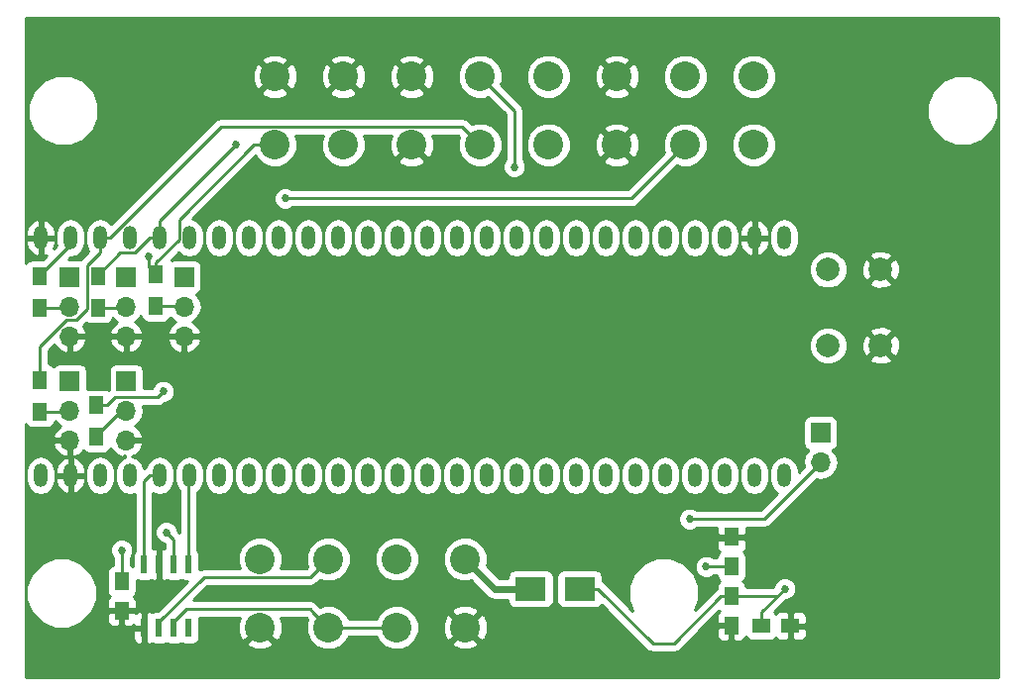
<source format=gbl>
G04 #@! TF.GenerationSoftware,KiCad,Pcbnew,(2017-03-04 revision f18196186)-makepkg*
G04 #@! TF.CreationDate,2017-03-09T17:33:05-05:00*
G04 #@! TF.ProjectId,C-CAN_Y17,432D43414E5F5931372E6B696361645F,rev?*
G04 #@! TF.FileFunction,Copper,L2,Bot,Signal*
G04 #@! TF.FilePolarity,Positive*
%FSLAX46Y46*%
G04 Gerber Fmt 4.6, Leading zero omitted, Abs format (unit mm)*
G04 Created by KiCad (PCBNEW (2017-03-04 revision f18196186)-makepkg) date 03/09/17 17:33:05*
%MOMM*%
%LPD*%
G01*
G04 APERTURE LIST*
%ADD10C,0.100000*%
%ADD11R,1.700000X1.700000*%
%ADD12O,1.700000X1.700000*%
%ADD13C,2.540000*%
%ADD14R,1.250000X1.500000*%
%ADD15R,1.500000X1.250000*%
%ADD16C,2.000000*%
%ADD17R,0.600000X1.550000*%
%ADD18R,2.650000X2.030000*%
%ADD19R,1.300000X1.500000*%
%ADD20O,1.200000X2.000000*%
%ADD21C,0.685800*%
%ADD22C,0.254000*%
%ADD23C,0.609600*%
G04 APERTURE END LIST*
D10*
D11*
X105791000Y-102870000D03*
D12*
X105791000Y-105410000D03*
X105791000Y-107950000D03*
D13*
X118491000Y-82677000D03*
X124333000Y-82677000D03*
X130175000Y-82677000D03*
X136017000Y-82677000D03*
X141859000Y-82677000D03*
X147701000Y-82677000D03*
X153543000Y-82677000D03*
X159385000Y-82677000D03*
X118491000Y-76835000D03*
X124333000Y-76835000D03*
X130175000Y-76835000D03*
X136017000Y-76835000D03*
X141859000Y-76835000D03*
X147701000Y-76835000D03*
X153543000Y-76835000D03*
X159385000Y-76835000D03*
X134747000Y-118110000D03*
X128905000Y-118110000D03*
X123063000Y-118110000D03*
X117221000Y-118110000D03*
X134747000Y-123952000D03*
X128905000Y-123952000D03*
X123063000Y-123952000D03*
X117221000Y-123952000D03*
D14*
X105410000Y-120035000D03*
X105410000Y-122535000D03*
X157480000Y-121305000D03*
X157480000Y-123805000D03*
D15*
X162540000Y-123825000D03*
X160040000Y-123825000D03*
D14*
X157500000Y-118725000D03*
X157500000Y-116225000D03*
D12*
X165100000Y-109855000D03*
D11*
X165100000Y-107315000D03*
D16*
X165735000Y-93345000D03*
X170235000Y-93345000D03*
X165735000Y-99845000D03*
X170235000Y-99845000D03*
D17*
X107315000Y-123985000D03*
X108585000Y-123985000D03*
X109855000Y-123985000D03*
X111125000Y-123985000D03*
X111125000Y-118585000D03*
X109855000Y-118585000D03*
X108585000Y-118585000D03*
X107315000Y-118585000D03*
D18*
X140335000Y-120650000D03*
X144515000Y-120650000D03*
D12*
X100965000Y-99060000D03*
X100965000Y-96520000D03*
D11*
X100965000Y-93980000D03*
X100965000Y-102870000D03*
D12*
X100965000Y-105410000D03*
X100965000Y-107950000D03*
X105791000Y-99060000D03*
X105791000Y-96520000D03*
D11*
X105791000Y-93980000D03*
D12*
X110744000Y-99060000D03*
X110744000Y-96520000D03*
D11*
X110744000Y-93980000D03*
D19*
X98425000Y-93900000D03*
X98425000Y-96600000D03*
X98425000Y-105490000D03*
X98425000Y-102790000D03*
X103378000Y-93900000D03*
X103378000Y-96600000D03*
X103251000Y-107649000D03*
X103251000Y-104949000D03*
X108331000Y-93773000D03*
X108331000Y-96473000D03*
D20*
X98491500Y-110955001D03*
X98491500Y-90635001D03*
X101031500Y-110955001D03*
X101031500Y-90635001D03*
X103571500Y-110955001D03*
X103571500Y-90635001D03*
X106111500Y-110955001D03*
X106111500Y-90635001D03*
X108651500Y-110955001D03*
X108651500Y-90635001D03*
X111191500Y-110955001D03*
X111191500Y-90635001D03*
X113731500Y-110955001D03*
X113731500Y-90635001D03*
X116271500Y-110955001D03*
X116271500Y-90635001D03*
X118811500Y-110955001D03*
X118811500Y-90635001D03*
X121351500Y-110955001D03*
X121351500Y-90635001D03*
X123891500Y-110955001D03*
X123891500Y-90635001D03*
X126431500Y-110955001D03*
X126431500Y-90635001D03*
X128971500Y-110955001D03*
X128971500Y-90635001D03*
X131511500Y-110955001D03*
X131511500Y-90635001D03*
X134051500Y-110955001D03*
X134051500Y-90635001D03*
X136591500Y-110955001D03*
X136591500Y-90635001D03*
X139131500Y-110955001D03*
X139131500Y-90635001D03*
X141671500Y-110955001D03*
X141671500Y-90635001D03*
X144211500Y-110955001D03*
X144211500Y-90635001D03*
X146751500Y-110955001D03*
X146751500Y-90635001D03*
X149291500Y-110955001D03*
X149291500Y-90635001D03*
X151831500Y-110955001D03*
X151831500Y-90635001D03*
X154371500Y-110955001D03*
X154371500Y-90635001D03*
X156911500Y-110955001D03*
X156911500Y-90635001D03*
X159451500Y-110955001D03*
X159451500Y-90635001D03*
X161991500Y-110955001D03*
X161991500Y-90635001D03*
D21*
X155321000Y-118745000D03*
X105410000Y-117348000D03*
X109220000Y-115824000D03*
X155448000Y-116459000D03*
X151384000Y-94615000D03*
X134366000Y-94996000D03*
X115062000Y-95250000D03*
X153924000Y-114681000D03*
X119380000Y-87261690D03*
X107696000Y-92202000D03*
X115189000Y-82677000D03*
X108966000Y-103759000D03*
X138938000Y-84582000D03*
X162052000Y-120650000D03*
D22*
X155321000Y-118745000D02*
X157480000Y-118745000D01*
X157480000Y-118745000D02*
X157500000Y-118725000D01*
X105410000Y-120035000D02*
X105410000Y-117348000D01*
X109855000Y-118585000D02*
X109855000Y-116459000D01*
X109855000Y-116459000D02*
X109220000Y-115824000D01*
X155448000Y-116459000D02*
X157266000Y-116459000D01*
X157266000Y-116459000D02*
X157500000Y-116225000D01*
D23*
X134747000Y-118110000D02*
X137287000Y-120650000D01*
X137287000Y-120650000D02*
X140335000Y-120650000D01*
D22*
X153924000Y-114681000D02*
X160274000Y-114681000D01*
X160274000Y-114681000D02*
X165100000Y-109855000D01*
X123063000Y-123952000D02*
X124859051Y-123952000D01*
X124859051Y-123952000D02*
X128905000Y-123952000D01*
X109855000Y-123985000D02*
X109855000Y-123510000D01*
X109855000Y-123510000D02*
X110962401Y-122402599D01*
X110962401Y-122402599D02*
X121513599Y-122402599D01*
X121513599Y-122402599D02*
X121793001Y-122682001D01*
X121793001Y-122682001D02*
X123063000Y-123952000D01*
X148958310Y-87261690D02*
X119864933Y-87261690D01*
X153543000Y-82677000D02*
X148958310Y-87261690D01*
X119864933Y-87261690D02*
X119380000Y-87261690D01*
X98425000Y-93900000D02*
X98425000Y-93800000D01*
X98425000Y-93800000D02*
X101031500Y-91193500D01*
X101031500Y-91193500D02*
X101031500Y-90635001D01*
X103571500Y-90635001D02*
X104425500Y-90635001D01*
X104425500Y-90635001D02*
X113932902Y-81127599D01*
X113932902Y-81127599D02*
X134467599Y-81127599D01*
X134467599Y-81127599D02*
X134747001Y-81407001D01*
X134747001Y-81407001D02*
X136017000Y-82677000D01*
X98425000Y-102790000D02*
X98425000Y-99928486D01*
X98425000Y-99928486D02*
X100704085Y-97649401D01*
X100704085Y-97649401D02*
X101507113Y-97649401D01*
X101507113Y-97649401D02*
X102448599Y-96707915D01*
X102448599Y-96707915D02*
X102448599Y-93011902D01*
X102448599Y-93011902D02*
X103571500Y-91889001D01*
X103571500Y-91889001D02*
X103571500Y-90635001D01*
X98425000Y-102790000D02*
X98425000Y-102690000D01*
X107696000Y-92202000D02*
X107696000Y-93138000D01*
X107696000Y-93138000D02*
X108331000Y-93773000D01*
X108331000Y-93773000D02*
X108331000Y-92769000D01*
X108331000Y-92769000D02*
X110312090Y-90787910D01*
X110312090Y-90787910D02*
X110312090Y-89059859D01*
X116694949Y-82677000D02*
X118491000Y-82677000D01*
X110312090Y-89059859D02*
X116694949Y-82677000D01*
X108651500Y-90635001D02*
X108651500Y-89214500D01*
X108651500Y-89214500D02*
X115189000Y-82677000D01*
X103378000Y-93900000D02*
X103378000Y-93800000D01*
X103378000Y-93800000D02*
X105263589Y-91914411D01*
X105263589Y-91914411D02*
X106518090Y-91914411D01*
X106518090Y-91914411D02*
X107797500Y-90635001D01*
X107797500Y-90635001D02*
X108651500Y-90635001D01*
X103251000Y-104949000D02*
X104155000Y-104949000D01*
X104155000Y-104949000D02*
X104823401Y-104280599D01*
X104823401Y-104280599D02*
X108444401Y-104280599D01*
X108444401Y-104280599D02*
X108966000Y-103759000D01*
X138938000Y-84582000D02*
X138938000Y-79756000D01*
X138938000Y-79756000D02*
X136017000Y-76835000D01*
X108585000Y-123985000D02*
X108585000Y-123510000D01*
X108585000Y-123510000D02*
X112435599Y-119659401D01*
X112435599Y-119659401D02*
X121513599Y-119659401D01*
X121513599Y-119659401D02*
X121793001Y-119379999D01*
X121793001Y-119379999D02*
X123063000Y-118110000D01*
X111125000Y-118585000D02*
X111125000Y-111021501D01*
X111125000Y-111021501D02*
X111191500Y-110955001D01*
X107315000Y-118585000D02*
X107315000Y-111437501D01*
X107315000Y-111437501D02*
X107797500Y-110955001D01*
X107797500Y-110955001D02*
X108651500Y-110955001D01*
X152557000Y-125349000D02*
X150793000Y-125349000D01*
X150793000Y-125349000D02*
X146094000Y-120650000D01*
X146094000Y-120650000D02*
X144515000Y-120650000D01*
X157480000Y-121305000D02*
X156601000Y-121305000D01*
X156601000Y-121305000D02*
X152557000Y-125349000D01*
X157480000Y-121305000D02*
X161397000Y-121305000D01*
X161397000Y-121305000D02*
X162052000Y-120650000D01*
X162052000Y-120650000D02*
X160040000Y-122662000D01*
X160040000Y-122662000D02*
X160040000Y-123825000D01*
X98425000Y-96600000D02*
X100885000Y-96600000D01*
X100885000Y-96600000D02*
X100965000Y-96520000D01*
X98425000Y-105490000D02*
X100885000Y-105490000D01*
X100885000Y-105490000D02*
X100965000Y-105410000D01*
X103378000Y-96600000D02*
X105711000Y-96600000D01*
X105711000Y-96600000D02*
X105791000Y-96520000D01*
X103251000Y-107649000D02*
X103251000Y-107549000D01*
X103251000Y-107549000D02*
X105390000Y-105410000D01*
X105390000Y-105410000D02*
X105791000Y-105410000D01*
X108331000Y-96473000D02*
X110697000Y-96473000D01*
X110697000Y-96473000D02*
X110744000Y-96520000D01*
G36*
X180265000Y-128195000D02*
X97230000Y-128195000D01*
X97230000Y-124270750D01*
X106380000Y-124270750D01*
X106380000Y-124886309D01*
X106476673Y-125119698D01*
X106655301Y-125298327D01*
X106888690Y-125395000D01*
X107029250Y-125395000D01*
X107188000Y-125236250D01*
X107188000Y-124112000D01*
X106538750Y-124112000D01*
X106380000Y-124270750D01*
X97230000Y-124270750D01*
X97230000Y-121629595D01*
X97256077Y-121629595D01*
X97715270Y-122740928D01*
X98564799Y-123591941D01*
X99675330Y-124053074D01*
X100877795Y-124054123D01*
X101989128Y-123594930D01*
X102764660Y-122820750D01*
X104150000Y-122820750D01*
X104150000Y-123411309D01*
X104246673Y-123644698D01*
X104425301Y-123823327D01*
X104658690Y-123920000D01*
X105124250Y-123920000D01*
X105283000Y-123761250D01*
X105283000Y-122662000D01*
X105537000Y-122662000D01*
X105537000Y-123761250D01*
X105695750Y-123920000D01*
X106161310Y-123920000D01*
X106394699Y-123823327D01*
X106449388Y-123768638D01*
X106538750Y-123858000D01*
X107188000Y-123858000D01*
X107188000Y-122733750D01*
X107442000Y-122733750D01*
X107442000Y-123858000D01*
X107462000Y-123858000D01*
X107462000Y-124112000D01*
X107442000Y-124112000D01*
X107442000Y-125236250D01*
X107600750Y-125395000D01*
X107741310Y-125395000D01*
X107958028Y-125305232D01*
X108037235Y-125358157D01*
X108285000Y-125407440D01*
X108885000Y-125407440D01*
X109132765Y-125358157D01*
X109220000Y-125299868D01*
X109307235Y-125358157D01*
X109555000Y-125407440D01*
X110155000Y-125407440D01*
X110402765Y-125358157D01*
X110490000Y-125299868D01*
X110577235Y-125358157D01*
X110825000Y-125407440D01*
X111425000Y-125407440D01*
X111672765Y-125358157D01*
X111760136Y-125299777D01*
X116052828Y-125299777D01*
X116184520Y-125594657D01*
X116892036Y-125866261D01*
X117649632Y-125846436D01*
X118257480Y-125594657D01*
X118389172Y-125299777D01*
X117221000Y-124131605D01*
X116052828Y-125299777D01*
X111760136Y-125299777D01*
X111882809Y-125217809D01*
X112023157Y-125007765D01*
X112072440Y-124760000D01*
X112072440Y-123210000D01*
X112063409Y-123164599D01*
X115482726Y-123164599D01*
X115306739Y-123623036D01*
X115326564Y-124380632D01*
X115578343Y-124988480D01*
X115873223Y-125120172D01*
X117041395Y-123952000D01*
X117027253Y-123937858D01*
X117206858Y-123758253D01*
X117221000Y-123772395D01*
X117235143Y-123758253D01*
X117414748Y-123937858D01*
X117400605Y-123952000D01*
X118568777Y-125120172D01*
X118863657Y-124988480D01*
X119135261Y-124280964D01*
X119115436Y-123523368D01*
X118966829Y-123164599D01*
X121197969Y-123164599D01*
X121289321Y-123255951D01*
X121158332Y-123571410D01*
X121157670Y-124329265D01*
X121447078Y-125029686D01*
X121982495Y-125566039D01*
X122682410Y-125856668D01*
X123440265Y-125857330D01*
X124140686Y-125567922D01*
X124677039Y-125032505D01*
X124809293Y-124714000D01*
X127158639Y-124714000D01*
X127289078Y-125029686D01*
X127824495Y-125566039D01*
X128524410Y-125856668D01*
X129282265Y-125857330D01*
X129982686Y-125567922D01*
X130251299Y-125299777D01*
X133578828Y-125299777D01*
X133710520Y-125594657D01*
X134418036Y-125866261D01*
X135175632Y-125846436D01*
X135783480Y-125594657D01*
X135915172Y-125299777D01*
X134747000Y-124131605D01*
X133578828Y-125299777D01*
X130251299Y-125299777D01*
X130519039Y-125032505D01*
X130809668Y-124332590D01*
X130810287Y-123623036D01*
X132832739Y-123623036D01*
X132852564Y-124380632D01*
X133104343Y-124988480D01*
X133399223Y-125120172D01*
X134567395Y-123952000D01*
X134926605Y-123952000D01*
X136094777Y-125120172D01*
X136389657Y-124988480D01*
X136661261Y-124280964D01*
X136641436Y-123523368D01*
X136389657Y-122915520D01*
X136094777Y-122783828D01*
X134926605Y-123952000D01*
X134567395Y-123952000D01*
X133399223Y-122783828D01*
X133104343Y-122915520D01*
X132832739Y-123623036D01*
X130810287Y-123623036D01*
X130810330Y-123574735D01*
X130520922Y-122874314D01*
X130251303Y-122604223D01*
X133578828Y-122604223D01*
X134747000Y-123772395D01*
X135915172Y-122604223D01*
X135783480Y-122309343D01*
X135075964Y-122037739D01*
X134318368Y-122057564D01*
X133710520Y-122309343D01*
X133578828Y-122604223D01*
X130251303Y-122604223D01*
X129985505Y-122337961D01*
X129285590Y-122047332D01*
X128527735Y-122046670D01*
X127827314Y-122336078D01*
X127290961Y-122871495D01*
X127158707Y-123190000D01*
X124809361Y-123190000D01*
X124678922Y-122874314D01*
X124143505Y-122337961D01*
X123443590Y-122047332D01*
X122685735Y-122046670D01*
X122366999Y-122178369D01*
X122052414Y-121863784D01*
X122022528Y-121843815D01*
X121805204Y-121698603D01*
X121513599Y-121640599D01*
X111532032Y-121640599D01*
X112751230Y-120421401D01*
X121513599Y-120421401D01*
X121805204Y-120363397D01*
X122052414Y-120198216D01*
X122366951Y-119883679D01*
X122682410Y-120014668D01*
X123440265Y-120015330D01*
X124140686Y-119725922D01*
X124677039Y-119190505D01*
X124967668Y-118490590D01*
X124967670Y-118487265D01*
X126999670Y-118487265D01*
X127289078Y-119187686D01*
X127824495Y-119724039D01*
X128524410Y-120014668D01*
X129282265Y-120015330D01*
X129982686Y-119725922D01*
X130519039Y-119190505D01*
X130809668Y-118490590D01*
X130809670Y-118487265D01*
X132841670Y-118487265D01*
X133131078Y-119187686D01*
X133666495Y-119724039D01*
X134366410Y-120014668D01*
X135124265Y-120015330D01*
X135265072Y-119957150D01*
X136622461Y-121314539D01*
X136927354Y-121518262D01*
X137287000Y-121589800D01*
X138362560Y-121589800D01*
X138362560Y-121665000D01*
X138411843Y-121912765D01*
X138552191Y-122122809D01*
X138762235Y-122263157D01*
X139010000Y-122312440D01*
X141660000Y-122312440D01*
X141907765Y-122263157D01*
X142117809Y-122122809D01*
X142258157Y-121912765D01*
X142307440Y-121665000D01*
X142307440Y-119635000D01*
X142542560Y-119635000D01*
X142542560Y-121665000D01*
X142591843Y-121912765D01*
X142732191Y-122122809D01*
X142942235Y-122263157D01*
X143190000Y-122312440D01*
X145840000Y-122312440D01*
X146087765Y-122263157D01*
X146297809Y-122122809D01*
X146374461Y-122008092D01*
X150254185Y-125887816D01*
X150501396Y-126052997D01*
X150793000Y-126111000D01*
X152557000Y-126111000D01*
X152848605Y-126052996D01*
X153095815Y-125887815D01*
X154892880Y-124090750D01*
X156220000Y-124090750D01*
X156220000Y-124681309D01*
X156316673Y-124914698D01*
X156495301Y-125093327D01*
X156728690Y-125190000D01*
X157194250Y-125190000D01*
X157353000Y-125031250D01*
X157353000Y-123932000D01*
X156378750Y-123932000D01*
X156220000Y-124090750D01*
X154892880Y-124090750D01*
X156441329Y-122542302D01*
X156458320Y-122553654D01*
X156316673Y-122695302D01*
X156220000Y-122928691D01*
X156220000Y-123519250D01*
X156378750Y-123678000D01*
X157353000Y-123678000D01*
X157353000Y-123658000D01*
X157607000Y-123658000D01*
X157607000Y-123678000D01*
X157627000Y-123678000D01*
X157627000Y-123932000D01*
X157607000Y-123932000D01*
X157607000Y-125031250D01*
X157765750Y-125190000D01*
X158231310Y-125190000D01*
X158464699Y-125093327D01*
X158643327Y-124914698D01*
X158717363Y-124735959D01*
X158832191Y-124907809D01*
X159042235Y-125048157D01*
X159290000Y-125097440D01*
X160790000Y-125097440D01*
X161037765Y-125048157D01*
X161247809Y-124907809D01*
X161288654Y-124846680D01*
X161430302Y-124988327D01*
X161663691Y-125085000D01*
X162254250Y-125085000D01*
X162413000Y-124926250D01*
X162413000Y-123952000D01*
X162667000Y-123952000D01*
X162667000Y-124926250D01*
X162825750Y-125085000D01*
X163416309Y-125085000D01*
X163649698Y-124988327D01*
X163828327Y-124809699D01*
X163925000Y-124576310D01*
X163925000Y-124110750D01*
X163766250Y-123952000D01*
X162667000Y-123952000D01*
X162413000Y-123952000D01*
X162393000Y-123952000D01*
X162393000Y-123698000D01*
X162413000Y-123698000D01*
X162413000Y-122723750D01*
X162667000Y-122723750D01*
X162667000Y-123698000D01*
X163766250Y-123698000D01*
X163925000Y-123539250D01*
X163925000Y-123073690D01*
X163828327Y-122840301D01*
X163649698Y-122661673D01*
X163416309Y-122565000D01*
X162825750Y-122565000D01*
X162667000Y-122723750D01*
X162413000Y-122723750D01*
X162254250Y-122565000D01*
X161663691Y-122565000D01*
X161430302Y-122661673D01*
X161288654Y-122803320D01*
X161247809Y-122742191D01*
X161121702Y-122657928D01*
X162151644Y-121627987D01*
X162245663Y-121628069D01*
X162605212Y-121479507D01*
X162880540Y-121204659D01*
X163029730Y-120845370D01*
X163030069Y-120456337D01*
X162881507Y-120096788D01*
X162606659Y-119821460D01*
X162247370Y-119672270D01*
X161858337Y-119671931D01*
X161498788Y-119820493D01*
X161223460Y-120095341D01*
X161074270Y-120454630D01*
X161074193Y-120543000D01*
X158750053Y-120543000D01*
X158703157Y-120307235D01*
X158562809Y-120097191D01*
X158449802Y-120021682D01*
X158582809Y-119932809D01*
X158723157Y-119722765D01*
X158772440Y-119475000D01*
X158772440Y-117975000D01*
X158723157Y-117727235D01*
X158582809Y-117517191D01*
X158521680Y-117476346D01*
X158663327Y-117334698D01*
X158760000Y-117101309D01*
X158760000Y-116510750D01*
X158601250Y-116352000D01*
X157627000Y-116352000D01*
X157627000Y-116372000D01*
X157373000Y-116372000D01*
X157373000Y-116352000D01*
X156398750Y-116352000D01*
X156240000Y-116510750D01*
X156240000Y-117101309D01*
X156336673Y-117334698D01*
X156478320Y-117476346D01*
X156417191Y-117517191D01*
X156276843Y-117727235D01*
X156227560Y-117975000D01*
X156227560Y-117983000D01*
X155942083Y-117983000D01*
X155875659Y-117916460D01*
X155516370Y-117767270D01*
X155127337Y-117766931D01*
X154767788Y-117915493D01*
X154492460Y-118190341D01*
X154343270Y-118549630D01*
X154342931Y-118938663D01*
X154491493Y-119298212D01*
X154766341Y-119573540D01*
X155125630Y-119722730D01*
X155514663Y-119723069D01*
X155874212Y-119574507D01*
X155941837Y-119507000D01*
X156233925Y-119507000D01*
X156276843Y-119722765D01*
X156417191Y-119932809D01*
X156530198Y-120008318D01*
X156397191Y-120097191D01*
X156256843Y-120307235D01*
X156207560Y-120555000D01*
X156207560Y-120669048D01*
X156062185Y-120766184D01*
X154368165Y-122460204D01*
X154710874Y-121634870D01*
X154711923Y-120432405D01*
X154252730Y-119321072D01*
X153403201Y-118470059D01*
X152292670Y-118008926D01*
X151090205Y-118007877D01*
X149978872Y-118467070D01*
X149127859Y-119316599D01*
X148666726Y-120427130D01*
X148665677Y-121629595D01*
X149027919Y-122506289D01*
X146632814Y-120111184D01*
X146487440Y-120014048D01*
X146487440Y-119635000D01*
X146438157Y-119387235D01*
X146297809Y-119177191D01*
X146087765Y-119036843D01*
X145840000Y-118987560D01*
X143190000Y-118987560D01*
X142942235Y-119036843D01*
X142732191Y-119177191D01*
X142591843Y-119387235D01*
X142542560Y-119635000D01*
X142307440Y-119635000D01*
X142258157Y-119387235D01*
X142117809Y-119177191D01*
X141907765Y-119036843D01*
X141660000Y-118987560D01*
X139010000Y-118987560D01*
X138762235Y-119036843D01*
X138552191Y-119177191D01*
X138411843Y-119387235D01*
X138362560Y-119635000D01*
X138362560Y-119710200D01*
X137676278Y-119710200D01*
X136594454Y-118628376D01*
X136651668Y-118490590D01*
X136652330Y-117732735D01*
X136362922Y-117032314D01*
X135827505Y-116495961D01*
X135127590Y-116205332D01*
X134369735Y-116204670D01*
X133669314Y-116494078D01*
X133132961Y-117029495D01*
X132842332Y-117729410D01*
X132841670Y-118487265D01*
X130809670Y-118487265D01*
X130810330Y-117732735D01*
X130520922Y-117032314D01*
X129985505Y-116495961D01*
X129285590Y-116205332D01*
X128527735Y-116204670D01*
X127827314Y-116494078D01*
X127290961Y-117029495D01*
X127000332Y-117729410D01*
X126999670Y-118487265D01*
X124967670Y-118487265D01*
X124968330Y-117732735D01*
X124678922Y-117032314D01*
X124143505Y-116495961D01*
X123443590Y-116205332D01*
X122685735Y-116204670D01*
X121985314Y-116494078D01*
X121448961Y-117029495D01*
X121158332Y-117729410D01*
X121157670Y-118487265D01*
X121289369Y-118806001D01*
X121197969Y-118897401D01*
X118956746Y-118897401D01*
X119125668Y-118490590D01*
X119126330Y-117732735D01*
X118836922Y-117032314D01*
X118301505Y-116495961D01*
X117601590Y-116205332D01*
X116843735Y-116204670D01*
X116143314Y-116494078D01*
X115606961Y-117029495D01*
X115316332Y-117729410D01*
X115315670Y-118487265D01*
X115485135Y-118897401D01*
X112435599Y-118897401D01*
X112143994Y-118955405D01*
X112072440Y-119003216D01*
X112072440Y-117810000D01*
X112023157Y-117562235D01*
X111887000Y-117358463D01*
X111887000Y-114874663D01*
X152945931Y-114874663D01*
X153094493Y-115234212D01*
X153369341Y-115509540D01*
X153728630Y-115658730D01*
X154117663Y-115659069D01*
X154477212Y-115510507D01*
X154544837Y-115443000D01*
X156240000Y-115443000D01*
X156240000Y-115939250D01*
X156398750Y-116098000D01*
X157373000Y-116098000D01*
X157373000Y-116078000D01*
X157627000Y-116078000D01*
X157627000Y-116098000D01*
X158601250Y-116098000D01*
X158760000Y-115939250D01*
X158760000Y-115443000D01*
X160274000Y-115443000D01*
X160565605Y-115384996D01*
X160812815Y-115219815D01*
X164755391Y-111277240D01*
X165070907Y-111340000D01*
X165129093Y-111340000D01*
X165697378Y-111226961D01*
X166179147Y-110905054D01*
X166501054Y-110423285D01*
X166614093Y-109855000D01*
X166501054Y-109286715D01*
X166179147Y-108804946D01*
X166135223Y-108775597D01*
X166197765Y-108763157D01*
X166407809Y-108622809D01*
X166548157Y-108412765D01*
X166597440Y-108165000D01*
X166597440Y-106465000D01*
X166548157Y-106217235D01*
X166407809Y-106007191D01*
X166197765Y-105866843D01*
X165950000Y-105817560D01*
X164250000Y-105817560D01*
X164002235Y-105866843D01*
X163792191Y-106007191D01*
X163651843Y-106217235D01*
X163602560Y-106465000D01*
X163602560Y-108165000D01*
X163651843Y-108412765D01*
X163792191Y-108622809D01*
X164002235Y-108763157D01*
X164064777Y-108775597D01*
X164020853Y-108804946D01*
X163698946Y-109286715D01*
X163585907Y-109855000D01*
X163658321Y-110219048D01*
X163226500Y-110650869D01*
X163226500Y-110522969D01*
X163132491Y-110050355D01*
X162864777Y-109649692D01*
X162464114Y-109381978D01*
X161991500Y-109287969D01*
X161518886Y-109381978D01*
X161118223Y-109649692D01*
X160850509Y-110050355D01*
X160756500Y-110522969D01*
X160756500Y-111387033D01*
X160850509Y-111859647D01*
X161118223Y-112260310D01*
X161417254Y-112460116D01*
X159958370Y-113919000D01*
X154545083Y-113919000D01*
X154478659Y-113852460D01*
X154119370Y-113703270D01*
X153730337Y-113702931D01*
X153370788Y-113851493D01*
X153095460Y-114126341D01*
X152946270Y-114485630D01*
X152945931Y-114874663D01*
X111887000Y-114874663D01*
X111887000Y-112379097D01*
X112064777Y-112260310D01*
X112332491Y-111859647D01*
X112426500Y-111387033D01*
X112426500Y-110522969D01*
X112496500Y-110522969D01*
X112496500Y-111387033D01*
X112590509Y-111859647D01*
X112858223Y-112260310D01*
X113258886Y-112528024D01*
X113731500Y-112622033D01*
X114204114Y-112528024D01*
X114604777Y-112260310D01*
X114872491Y-111859647D01*
X114966500Y-111387033D01*
X114966500Y-110522969D01*
X115036500Y-110522969D01*
X115036500Y-111387033D01*
X115130509Y-111859647D01*
X115398223Y-112260310D01*
X115798886Y-112528024D01*
X116271500Y-112622033D01*
X116744114Y-112528024D01*
X117144777Y-112260310D01*
X117412491Y-111859647D01*
X117506500Y-111387033D01*
X117506500Y-110522969D01*
X117576500Y-110522969D01*
X117576500Y-111387033D01*
X117670509Y-111859647D01*
X117938223Y-112260310D01*
X118338886Y-112528024D01*
X118811500Y-112622033D01*
X119284114Y-112528024D01*
X119684777Y-112260310D01*
X119952491Y-111859647D01*
X120046500Y-111387033D01*
X120046500Y-110522969D01*
X120116500Y-110522969D01*
X120116500Y-111387033D01*
X120210509Y-111859647D01*
X120478223Y-112260310D01*
X120878886Y-112528024D01*
X121351500Y-112622033D01*
X121824114Y-112528024D01*
X122224777Y-112260310D01*
X122492491Y-111859647D01*
X122586500Y-111387033D01*
X122586500Y-110522969D01*
X122656500Y-110522969D01*
X122656500Y-111387033D01*
X122750509Y-111859647D01*
X123018223Y-112260310D01*
X123418886Y-112528024D01*
X123891500Y-112622033D01*
X124364114Y-112528024D01*
X124764777Y-112260310D01*
X125032491Y-111859647D01*
X125126500Y-111387033D01*
X125126500Y-110522969D01*
X125196500Y-110522969D01*
X125196500Y-111387033D01*
X125290509Y-111859647D01*
X125558223Y-112260310D01*
X125958886Y-112528024D01*
X126431500Y-112622033D01*
X126904114Y-112528024D01*
X127304777Y-112260310D01*
X127572491Y-111859647D01*
X127666500Y-111387033D01*
X127666500Y-110522969D01*
X127736500Y-110522969D01*
X127736500Y-111387033D01*
X127830509Y-111859647D01*
X128098223Y-112260310D01*
X128498886Y-112528024D01*
X128971500Y-112622033D01*
X129444114Y-112528024D01*
X129844777Y-112260310D01*
X130112491Y-111859647D01*
X130206500Y-111387033D01*
X130206500Y-110522969D01*
X130276500Y-110522969D01*
X130276500Y-111387033D01*
X130370509Y-111859647D01*
X130638223Y-112260310D01*
X131038886Y-112528024D01*
X131511500Y-112622033D01*
X131984114Y-112528024D01*
X132384777Y-112260310D01*
X132652491Y-111859647D01*
X132746500Y-111387033D01*
X132746500Y-110522969D01*
X132816500Y-110522969D01*
X132816500Y-111387033D01*
X132910509Y-111859647D01*
X133178223Y-112260310D01*
X133578886Y-112528024D01*
X134051500Y-112622033D01*
X134524114Y-112528024D01*
X134924777Y-112260310D01*
X135192491Y-111859647D01*
X135286500Y-111387033D01*
X135286500Y-110522969D01*
X135356500Y-110522969D01*
X135356500Y-111387033D01*
X135450509Y-111859647D01*
X135718223Y-112260310D01*
X136118886Y-112528024D01*
X136591500Y-112622033D01*
X137064114Y-112528024D01*
X137464777Y-112260310D01*
X137732491Y-111859647D01*
X137826500Y-111387033D01*
X137826500Y-110522969D01*
X137896500Y-110522969D01*
X137896500Y-111387033D01*
X137990509Y-111859647D01*
X138258223Y-112260310D01*
X138658886Y-112528024D01*
X139131500Y-112622033D01*
X139604114Y-112528024D01*
X140004777Y-112260310D01*
X140272491Y-111859647D01*
X140366500Y-111387033D01*
X140366500Y-110522969D01*
X140436500Y-110522969D01*
X140436500Y-111387033D01*
X140530509Y-111859647D01*
X140798223Y-112260310D01*
X141198886Y-112528024D01*
X141671500Y-112622033D01*
X142144114Y-112528024D01*
X142544777Y-112260310D01*
X142812491Y-111859647D01*
X142906500Y-111387033D01*
X142906500Y-110522969D01*
X142976500Y-110522969D01*
X142976500Y-111387033D01*
X143070509Y-111859647D01*
X143338223Y-112260310D01*
X143738886Y-112528024D01*
X144211500Y-112622033D01*
X144684114Y-112528024D01*
X145084777Y-112260310D01*
X145352491Y-111859647D01*
X145446500Y-111387033D01*
X145446500Y-110522969D01*
X145516500Y-110522969D01*
X145516500Y-111387033D01*
X145610509Y-111859647D01*
X145878223Y-112260310D01*
X146278886Y-112528024D01*
X146751500Y-112622033D01*
X147224114Y-112528024D01*
X147624777Y-112260310D01*
X147892491Y-111859647D01*
X147986500Y-111387033D01*
X147986500Y-110522969D01*
X148056500Y-110522969D01*
X148056500Y-111387033D01*
X148150509Y-111859647D01*
X148418223Y-112260310D01*
X148818886Y-112528024D01*
X149291500Y-112622033D01*
X149764114Y-112528024D01*
X150164777Y-112260310D01*
X150432491Y-111859647D01*
X150526500Y-111387033D01*
X150526500Y-110522969D01*
X150596500Y-110522969D01*
X150596500Y-111387033D01*
X150690509Y-111859647D01*
X150958223Y-112260310D01*
X151358886Y-112528024D01*
X151831500Y-112622033D01*
X152304114Y-112528024D01*
X152704777Y-112260310D01*
X152972491Y-111859647D01*
X153066500Y-111387033D01*
X153066500Y-110522969D01*
X153136500Y-110522969D01*
X153136500Y-111387033D01*
X153230509Y-111859647D01*
X153498223Y-112260310D01*
X153898886Y-112528024D01*
X154371500Y-112622033D01*
X154844114Y-112528024D01*
X155244777Y-112260310D01*
X155512491Y-111859647D01*
X155606500Y-111387033D01*
X155606500Y-110522969D01*
X155676500Y-110522969D01*
X155676500Y-111387033D01*
X155770509Y-111859647D01*
X156038223Y-112260310D01*
X156438886Y-112528024D01*
X156911500Y-112622033D01*
X157384114Y-112528024D01*
X157784777Y-112260310D01*
X158052491Y-111859647D01*
X158146500Y-111387033D01*
X158146500Y-110522969D01*
X158216500Y-110522969D01*
X158216500Y-111387033D01*
X158310509Y-111859647D01*
X158578223Y-112260310D01*
X158978886Y-112528024D01*
X159451500Y-112622033D01*
X159924114Y-112528024D01*
X160324777Y-112260310D01*
X160592491Y-111859647D01*
X160686500Y-111387033D01*
X160686500Y-110522969D01*
X160592491Y-110050355D01*
X160324777Y-109649692D01*
X159924114Y-109381978D01*
X159451500Y-109287969D01*
X158978886Y-109381978D01*
X158578223Y-109649692D01*
X158310509Y-110050355D01*
X158216500Y-110522969D01*
X158146500Y-110522969D01*
X158052491Y-110050355D01*
X157784777Y-109649692D01*
X157384114Y-109381978D01*
X156911500Y-109287969D01*
X156438886Y-109381978D01*
X156038223Y-109649692D01*
X155770509Y-110050355D01*
X155676500Y-110522969D01*
X155606500Y-110522969D01*
X155512491Y-110050355D01*
X155244777Y-109649692D01*
X154844114Y-109381978D01*
X154371500Y-109287969D01*
X153898886Y-109381978D01*
X153498223Y-109649692D01*
X153230509Y-110050355D01*
X153136500Y-110522969D01*
X153066500Y-110522969D01*
X152972491Y-110050355D01*
X152704777Y-109649692D01*
X152304114Y-109381978D01*
X151831500Y-109287969D01*
X151358886Y-109381978D01*
X150958223Y-109649692D01*
X150690509Y-110050355D01*
X150596500Y-110522969D01*
X150526500Y-110522969D01*
X150432491Y-110050355D01*
X150164777Y-109649692D01*
X149764114Y-109381978D01*
X149291500Y-109287969D01*
X148818886Y-109381978D01*
X148418223Y-109649692D01*
X148150509Y-110050355D01*
X148056500Y-110522969D01*
X147986500Y-110522969D01*
X147892491Y-110050355D01*
X147624777Y-109649692D01*
X147224114Y-109381978D01*
X146751500Y-109287969D01*
X146278886Y-109381978D01*
X145878223Y-109649692D01*
X145610509Y-110050355D01*
X145516500Y-110522969D01*
X145446500Y-110522969D01*
X145352491Y-110050355D01*
X145084777Y-109649692D01*
X144684114Y-109381978D01*
X144211500Y-109287969D01*
X143738886Y-109381978D01*
X143338223Y-109649692D01*
X143070509Y-110050355D01*
X142976500Y-110522969D01*
X142906500Y-110522969D01*
X142812491Y-110050355D01*
X142544777Y-109649692D01*
X142144114Y-109381978D01*
X141671500Y-109287969D01*
X141198886Y-109381978D01*
X140798223Y-109649692D01*
X140530509Y-110050355D01*
X140436500Y-110522969D01*
X140366500Y-110522969D01*
X140272491Y-110050355D01*
X140004777Y-109649692D01*
X139604114Y-109381978D01*
X139131500Y-109287969D01*
X138658886Y-109381978D01*
X138258223Y-109649692D01*
X137990509Y-110050355D01*
X137896500Y-110522969D01*
X137826500Y-110522969D01*
X137732491Y-110050355D01*
X137464777Y-109649692D01*
X137064114Y-109381978D01*
X136591500Y-109287969D01*
X136118886Y-109381978D01*
X135718223Y-109649692D01*
X135450509Y-110050355D01*
X135356500Y-110522969D01*
X135286500Y-110522969D01*
X135192491Y-110050355D01*
X134924777Y-109649692D01*
X134524114Y-109381978D01*
X134051500Y-109287969D01*
X133578886Y-109381978D01*
X133178223Y-109649692D01*
X132910509Y-110050355D01*
X132816500Y-110522969D01*
X132746500Y-110522969D01*
X132652491Y-110050355D01*
X132384777Y-109649692D01*
X131984114Y-109381978D01*
X131511500Y-109287969D01*
X131038886Y-109381978D01*
X130638223Y-109649692D01*
X130370509Y-110050355D01*
X130276500Y-110522969D01*
X130206500Y-110522969D01*
X130112491Y-110050355D01*
X129844777Y-109649692D01*
X129444114Y-109381978D01*
X128971500Y-109287969D01*
X128498886Y-109381978D01*
X128098223Y-109649692D01*
X127830509Y-110050355D01*
X127736500Y-110522969D01*
X127666500Y-110522969D01*
X127572491Y-110050355D01*
X127304777Y-109649692D01*
X126904114Y-109381978D01*
X126431500Y-109287969D01*
X125958886Y-109381978D01*
X125558223Y-109649692D01*
X125290509Y-110050355D01*
X125196500Y-110522969D01*
X125126500Y-110522969D01*
X125032491Y-110050355D01*
X124764777Y-109649692D01*
X124364114Y-109381978D01*
X123891500Y-109287969D01*
X123418886Y-109381978D01*
X123018223Y-109649692D01*
X122750509Y-110050355D01*
X122656500Y-110522969D01*
X122586500Y-110522969D01*
X122492491Y-110050355D01*
X122224777Y-109649692D01*
X121824114Y-109381978D01*
X121351500Y-109287969D01*
X120878886Y-109381978D01*
X120478223Y-109649692D01*
X120210509Y-110050355D01*
X120116500Y-110522969D01*
X120046500Y-110522969D01*
X119952491Y-110050355D01*
X119684777Y-109649692D01*
X119284114Y-109381978D01*
X118811500Y-109287969D01*
X118338886Y-109381978D01*
X117938223Y-109649692D01*
X117670509Y-110050355D01*
X117576500Y-110522969D01*
X117506500Y-110522969D01*
X117412491Y-110050355D01*
X117144777Y-109649692D01*
X116744114Y-109381978D01*
X116271500Y-109287969D01*
X115798886Y-109381978D01*
X115398223Y-109649692D01*
X115130509Y-110050355D01*
X115036500Y-110522969D01*
X114966500Y-110522969D01*
X114872491Y-110050355D01*
X114604777Y-109649692D01*
X114204114Y-109381978D01*
X113731500Y-109287969D01*
X113258886Y-109381978D01*
X112858223Y-109649692D01*
X112590509Y-110050355D01*
X112496500Y-110522969D01*
X112426500Y-110522969D01*
X112332491Y-110050355D01*
X112064777Y-109649692D01*
X111664114Y-109381978D01*
X111191500Y-109287969D01*
X110718886Y-109381978D01*
X110318223Y-109649692D01*
X110050509Y-110050355D01*
X109956500Y-110522969D01*
X109956500Y-111387033D01*
X110050509Y-111859647D01*
X110318223Y-112260310D01*
X110363000Y-112290229D01*
X110363000Y-115889369D01*
X110197987Y-115724356D01*
X110198069Y-115630337D01*
X110049507Y-115270788D01*
X109774659Y-114995460D01*
X109415370Y-114846270D01*
X109026337Y-114845931D01*
X108666788Y-114994493D01*
X108391460Y-115269341D01*
X108242270Y-115628630D01*
X108241931Y-116017663D01*
X108390493Y-116377212D01*
X108665341Y-116652540D01*
X109024630Y-116801730D01*
X109093000Y-116801790D01*
X109093000Y-117208837D01*
X109011310Y-117175000D01*
X108870750Y-117175000D01*
X108712000Y-117333750D01*
X108712000Y-118458000D01*
X108732000Y-118458000D01*
X108732000Y-118712000D01*
X108712000Y-118712000D01*
X108712000Y-119836250D01*
X108870750Y-119995000D01*
X109011310Y-119995000D01*
X109228028Y-119905232D01*
X109307235Y-119958157D01*
X109555000Y-120007440D01*
X110155000Y-120007440D01*
X110402765Y-119958157D01*
X110490000Y-119899868D01*
X110577235Y-119958157D01*
X110825000Y-120007440D01*
X111009929Y-120007440D01*
X108454810Y-122562560D01*
X108285000Y-122562560D01*
X108037235Y-122611843D01*
X107958028Y-122664768D01*
X107741310Y-122575000D01*
X107600750Y-122575000D01*
X107442000Y-122733750D01*
X107188000Y-122733750D01*
X107029250Y-122575000D01*
X106888690Y-122575000D01*
X106655301Y-122671673D01*
X106588112Y-122738862D01*
X106511250Y-122662000D01*
X105537000Y-122662000D01*
X105283000Y-122662000D01*
X104308750Y-122662000D01*
X104150000Y-122820750D01*
X102764660Y-122820750D01*
X102840141Y-122745401D01*
X103301274Y-121634870D01*
X103302323Y-120432405D01*
X102843130Y-119321072D01*
X101993601Y-118470059D01*
X100883070Y-118008926D01*
X99680605Y-118007877D01*
X98569272Y-118467070D01*
X97718259Y-119316599D01*
X97257126Y-120427130D01*
X97256077Y-121629595D01*
X97230000Y-121629595D01*
X97230000Y-110522969D01*
X97256500Y-110522969D01*
X97256500Y-111387033D01*
X97350509Y-111859647D01*
X97618223Y-112260310D01*
X98018886Y-112528024D01*
X98491500Y-112622033D01*
X98964114Y-112528024D01*
X99364777Y-112260310D01*
X99632491Y-111859647D01*
X99726500Y-111387033D01*
X99726500Y-111082001D01*
X99796500Y-111082001D01*
X99796500Y-111482001D01*
X99939110Y-111944948D01*
X100248026Y-112318081D01*
X100676219Y-112544593D01*
X100713891Y-112548463D01*
X100904500Y-112423732D01*
X100904500Y-111082001D01*
X101158500Y-111082001D01*
X101158500Y-112423732D01*
X101349109Y-112548463D01*
X101386781Y-112544593D01*
X101814974Y-112318081D01*
X102123890Y-111944948D01*
X102266500Y-111482001D01*
X102266500Y-111082001D01*
X101158500Y-111082001D01*
X100904500Y-111082001D01*
X99796500Y-111082001D01*
X99726500Y-111082001D01*
X99726500Y-110522969D01*
X99707610Y-110428001D01*
X99796500Y-110428001D01*
X99796500Y-110828001D01*
X100904500Y-110828001D01*
X100904500Y-109486270D01*
X100713891Y-109361539D01*
X100676219Y-109365409D01*
X100248026Y-109591921D01*
X99939110Y-109965054D01*
X99796500Y-110428001D01*
X99707610Y-110428001D01*
X99632491Y-110050355D01*
X99364777Y-109649692D01*
X98964114Y-109381978D01*
X98491500Y-109287969D01*
X98018886Y-109381978D01*
X97618223Y-109649692D01*
X97350509Y-110050355D01*
X97256500Y-110522969D01*
X97230000Y-110522969D01*
X97230000Y-108306890D01*
X99523524Y-108306890D01*
X99693355Y-108716924D01*
X100083642Y-109145183D01*
X100608108Y-109391486D01*
X100838000Y-109270819D01*
X100838000Y-108077000D01*
X99644845Y-108077000D01*
X99523524Y-108306890D01*
X97230000Y-108306890D01*
X97230000Y-106567319D01*
X97317191Y-106697809D01*
X97527235Y-106838157D01*
X97775000Y-106887440D01*
X99075000Y-106887440D01*
X99322765Y-106838157D01*
X99532809Y-106697809D01*
X99673157Y-106487765D01*
X99720053Y-106252000D01*
X99746836Y-106252000D01*
X99885853Y-106460054D01*
X100226553Y-106687702D01*
X100083642Y-106754817D01*
X99693355Y-107183076D01*
X99523524Y-107593110D01*
X99644845Y-107823000D01*
X100838000Y-107823000D01*
X100838000Y-107803000D01*
X101092000Y-107803000D01*
X101092000Y-107823000D01*
X101112000Y-107823000D01*
X101112000Y-108077000D01*
X101092000Y-108077000D01*
X101092000Y-109270819D01*
X101311600Y-109386084D01*
X101158500Y-109486270D01*
X101158500Y-110828001D01*
X102266500Y-110828001D01*
X102266500Y-110522969D01*
X102336500Y-110522969D01*
X102336500Y-111387033D01*
X102430509Y-111859647D01*
X102698223Y-112260310D01*
X103098886Y-112528024D01*
X103571500Y-112622033D01*
X104044114Y-112528024D01*
X104444777Y-112260310D01*
X104712491Y-111859647D01*
X104806500Y-111387033D01*
X104806500Y-110522969D01*
X104712491Y-110050355D01*
X104444777Y-109649692D01*
X104044114Y-109381978D01*
X103571500Y-109287969D01*
X103098886Y-109381978D01*
X102698223Y-109649692D01*
X102430509Y-110050355D01*
X102336500Y-110522969D01*
X102266500Y-110522969D01*
X102266500Y-110428001D01*
X102123890Y-109965054D01*
X101814974Y-109591921D01*
X101386781Y-109365409D01*
X101379099Y-109364620D01*
X101846358Y-109145183D01*
X102128796Y-108835266D01*
X102143191Y-108856809D01*
X102353235Y-108997157D01*
X102601000Y-109046440D01*
X103901000Y-109046440D01*
X104148765Y-108997157D01*
X104358809Y-108856809D01*
X104493687Y-108654952D01*
X104519355Y-108716924D01*
X104909642Y-109145183D01*
X105434108Y-109391486D01*
X105663998Y-109270820D01*
X105663998Y-109376983D01*
X105638886Y-109381978D01*
X105238223Y-109649692D01*
X104970509Y-110050355D01*
X104876500Y-110522969D01*
X104876500Y-111387033D01*
X104970509Y-111859647D01*
X105238223Y-112260310D01*
X105638886Y-112528024D01*
X106111500Y-112622033D01*
X106553000Y-112534213D01*
X106553000Y-117358463D01*
X106416843Y-117562235D01*
X106367560Y-117810000D01*
X106367560Y-118743502D01*
X106282765Y-118686843D01*
X106172000Y-118664811D01*
X106172000Y-117969083D01*
X106238540Y-117902659D01*
X106387730Y-117543370D01*
X106388069Y-117154337D01*
X106239507Y-116794788D01*
X105964659Y-116519460D01*
X105605370Y-116370270D01*
X105216337Y-116369931D01*
X104856788Y-116518493D01*
X104581460Y-116793341D01*
X104432270Y-117152630D01*
X104431931Y-117541663D01*
X104580493Y-117901212D01*
X104648000Y-117968837D01*
X104648000Y-118664811D01*
X104537235Y-118686843D01*
X104327191Y-118827191D01*
X104186843Y-119037235D01*
X104137560Y-119285000D01*
X104137560Y-120785000D01*
X104186843Y-121032765D01*
X104327191Y-121242809D01*
X104388320Y-121283654D01*
X104246673Y-121425302D01*
X104150000Y-121658691D01*
X104150000Y-122249250D01*
X104308750Y-122408000D01*
X105283000Y-122408000D01*
X105283000Y-122388000D01*
X105537000Y-122388000D01*
X105537000Y-122408000D01*
X106511250Y-122408000D01*
X106670000Y-122249250D01*
X106670000Y-121658691D01*
X106573327Y-121425302D01*
X106431680Y-121283654D01*
X106492809Y-121242809D01*
X106633157Y-121032765D01*
X106682440Y-120785000D01*
X106682440Y-119901498D01*
X106767235Y-119958157D01*
X107015000Y-120007440D01*
X107615000Y-120007440D01*
X107862765Y-119958157D01*
X107941972Y-119905232D01*
X108158690Y-119995000D01*
X108299250Y-119995000D01*
X108458000Y-119836250D01*
X108458000Y-118712000D01*
X108438000Y-118712000D01*
X108438000Y-118458000D01*
X108458000Y-118458000D01*
X108458000Y-117333750D01*
X108299250Y-117175000D01*
X108158690Y-117175000D01*
X108077000Y-117208837D01*
X108077000Y-112459946D01*
X108178886Y-112528024D01*
X108651500Y-112622033D01*
X109124114Y-112528024D01*
X109524777Y-112260310D01*
X109792491Y-111859647D01*
X109886500Y-111387033D01*
X109886500Y-110522969D01*
X109792491Y-110050355D01*
X109524777Y-109649692D01*
X109124114Y-109381978D01*
X108651500Y-109287969D01*
X108178886Y-109381978D01*
X107778223Y-109649692D01*
X107510509Y-110050355D01*
X107465187Y-110278206D01*
X107317449Y-110376921D01*
X107252491Y-110050355D01*
X106984777Y-109649692D01*
X106584114Y-109381978D01*
X106291905Y-109323854D01*
X106672358Y-109145183D01*
X107062645Y-108716924D01*
X107232476Y-108306890D01*
X107111155Y-108077000D01*
X105918000Y-108077000D01*
X105918000Y-108097000D01*
X105664000Y-108097000D01*
X105664000Y-108077000D01*
X105644000Y-108077000D01*
X105644000Y-107823000D01*
X105664000Y-107823000D01*
X105664000Y-107803000D01*
X105918000Y-107803000D01*
X105918000Y-107823000D01*
X107111155Y-107823000D01*
X107232476Y-107593110D01*
X107062645Y-107183076D01*
X106672358Y-106754817D01*
X106529447Y-106687702D01*
X106870147Y-106460054D01*
X107192054Y-105978285D01*
X107305093Y-105410000D01*
X107232012Y-105042599D01*
X108444401Y-105042599D01*
X108736006Y-104984595D01*
X108983216Y-104819414D01*
X109065643Y-104736987D01*
X109159663Y-104737069D01*
X109519212Y-104588507D01*
X109794540Y-104313659D01*
X109943730Y-103954370D01*
X109944069Y-103565337D01*
X109795507Y-103205788D01*
X109520659Y-102930460D01*
X109161370Y-102781270D01*
X108772337Y-102780931D01*
X108412788Y-102929493D01*
X108137460Y-103204341D01*
X108006969Y-103518599D01*
X107288440Y-103518599D01*
X107288440Y-102020000D01*
X107239157Y-101772235D01*
X107098809Y-101562191D01*
X106888765Y-101421843D01*
X106641000Y-101372560D01*
X104941000Y-101372560D01*
X104693235Y-101421843D01*
X104483191Y-101562191D01*
X104342843Y-101772235D01*
X104293560Y-102020000D01*
X104293560Y-103697593D01*
X104148765Y-103600843D01*
X103901000Y-103551560D01*
X102601000Y-103551560D01*
X102462440Y-103579121D01*
X102462440Y-102020000D01*
X102413157Y-101772235D01*
X102272809Y-101562191D01*
X102062765Y-101421843D01*
X101815000Y-101372560D01*
X100115000Y-101372560D01*
X99867235Y-101421843D01*
X99657191Y-101562191D01*
X99588318Y-101665266D01*
X99532809Y-101582191D01*
X99322765Y-101441843D01*
X99187000Y-101414838D01*
X99187000Y-100244116D01*
X99667241Y-99763875D01*
X99693355Y-99826924D01*
X100083642Y-100255183D01*
X100608108Y-100501486D01*
X100838000Y-100380819D01*
X100838000Y-99187000D01*
X101092000Y-99187000D01*
X101092000Y-100380819D01*
X101321892Y-100501486D01*
X101846358Y-100255183D01*
X102236645Y-99826924D01*
X102406476Y-99416890D01*
X104349524Y-99416890D01*
X104519355Y-99826924D01*
X104909642Y-100255183D01*
X105434108Y-100501486D01*
X105664000Y-100380819D01*
X105664000Y-99187000D01*
X105918000Y-99187000D01*
X105918000Y-100380819D01*
X106147892Y-100501486D01*
X106672358Y-100255183D01*
X107062645Y-99826924D01*
X107232476Y-99416890D01*
X109302524Y-99416890D01*
X109472355Y-99826924D01*
X109862642Y-100255183D01*
X110387108Y-100501486D01*
X110617000Y-100380819D01*
X110617000Y-99187000D01*
X110871000Y-99187000D01*
X110871000Y-100380819D01*
X111100892Y-100501486D01*
X111625358Y-100255183D01*
X111704086Y-100168795D01*
X164099716Y-100168795D01*
X164348106Y-100769943D01*
X164807637Y-101230278D01*
X165408352Y-101479716D01*
X166058795Y-101480284D01*
X166659943Y-101231894D01*
X166894715Y-100997532D01*
X169262073Y-100997532D01*
X169360736Y-101264387D01*
X169970461Y-101490908D01*
X170620460Y-101466856D01*
X171109264Y-101264387D01*
X171207927Y-100997532D01*
X170235000Y-100024605D01*
X169262073Y-100997532D01*
X166894715Y-100997532D01*
X167120278Y-100772363D01*
X167369716Y-100171648D01*
X167370232Y-99580461D01*
X168589092Y-99580461D01*
X168613144Y-100230460D01*
X168815613Y-100719264D01*
X169082468Y-100817927D01*
X170055395Y-99845000D01*
X170414605Y-99845000D01*
X171387532Y-100817927D01*
X171654387Y-100719264D01*
X171880908Y-100109539D01*
X171856856Y-99459540D01*
X171654387Y-98970736D01*
X171387532Y-98872073D01*
X170414605Y-99845000D01*
X170055395Y-99845000D01*
X169082468Y-98872073D01*
X168815613Y-98970736D01*
X168589092Y-99580461D01*
X167370232Y-99580461D01*
X167370284Y-99521205D01*
X167121894Y-98920057D01*
X166894703Y-98692468D01*
X169262073Y-98692468D01*
X170235000Y-99665395D01*
X171207927Y-98692468D01*
X171109264Y-98425613D01*
X170499539Y-98199092D01*
X169849540Y-98223144D01*
X169360736Y-98425613D01*
X169262073Y-98692468D01*
X166894703Y-98692468D01*
X166662363Y-98459722D01*
X166061648Y-98210284D01*
X165411205Y-98209716D01*
X164810057Y-98458106D01*
X164349722Y-98917637D01*
X164100284Y-99518352D01*
X164099716Y-100168795D01*
X111704086Y-100168795D01*
X112015645Y-99826924D01*
X112185476Y-99416890D01*
X112064155Y-99187000D01*
X110871000Y-99187000D01*
X110617000Y-99187000D01*
X109423845Y-99187000D01*
X109302524Y-99416890D01*
X107232476Y-99416890D01*
X107111155Y-99187000D01*
X105918000Y-99187000D01*
X105664000Y-99187000D01*
X104470845Y-99187000D01*
X104349524Y-99416890D01*
X102406476Y-99416890D01*
X102285155Y-99187000D01*
X101092000Y-99187000D01*
X100838000Y-99187000D01*
X100818000Y-99187000D01*
X100818000Y-98933000D01*
X100838000Y-98933000D01*
X100838000Y-98913000D01*
X101092000Y-98913000D01*
X101092000Y-98933000D01*
X102285155Y-98933000D01*
X102406476Y-98703110D01*
X102236645Y-98293076D01*
X102095712Y-98138432D01*
X102363792Y-97870352D01*
X102480235Y-97948157D01*
X102728000Y-97997440D01*
X104028000Y-97997440D01*
X104275765Y-97948157D01*
X104485809Y-97807809D01*
X104626157Y-97597765D01*
X104650063Y-97477579D01*
X104711853Y-97570054D01*
X105052553Y-97797702D01*
X104909642Y-97864817D01*
X104519355Y-98293076D01*
X104349524Y-98703110D01*
X104470845Y-98933000D01*
X105664000Y-98933000D01*
X105664000Y-98913000D01*
X105918000Y-98913000D01*
X105918000Y-98933000D01*
X107111155Y-98933000D01*
X107232476Y-98703110D01*
X107062645Y-98293076D01*
X106672358Y-97864817D01*
X106529447Y-97797702D01*
X106870147Y-97570054D01*
X107049269Y-97301978D01*
X107082843Y-97470765D01*
X107223191Y-97680809D01*
X107433235Y-97821157D01*
X107681000Y-97870440D01*
X108981000Y-97870440D01*
X109228765Y-97821157D01*
X109438809Y-97680809D01*
X109579157Y-97470765D01*
X109583597Y-97448445D01*
X109664853Y-97570054D01*
X110005553Y-97797702D01*
X109862642Y-97864817D01*
X109472355Y-98293076D01*
X109302524Y-98703110D01*
X109423845Y-98933000D01*
X110617000Y-98933000D01*
X110617000Y-98913000D01*
X110871000Y-98913000D01*
X110871000Y-98933000D01*
X112064155Y-98933000D01*
X112185476Y-98703110D01*
X112015645Y-98293076D01*
X111625358Y-97864817D01*
X111482447Y-97797702D01*
X111823147Y-97570054D01*
X112145054Y-97088285D01*
X112258093Y-96520000D01*
X112145054Y-95951715D01*
X111823147Y-95469946D01*
X111779223Y-95440597D01*
X111841765Y-95428157D01*
X112051809Y-95287809D01*
X112192157Y-95077765D01*
X112241440Y-94830000D01*
X112241440Y-93668795D01*
X164099716Y-93668795D01*
X164348106Y-94269943D01*
X164807637Y-94730278D01*
X165408352Y-94979716D01*
X166058795Y-94980284D01*
X166659943Y-94731894D01*
X166894715Y-94497532D01*
X169262073Y-94497532D01*
X169360736Y-94764387D01*
X169970461Y-94990908D01*
X170620460Y-94966856D01*
X171109264Y-94764387D01*
X171207927Y-94497532D01*
X170235000Y-93524605D01*
X169262073Y-94497532D01*
X166894715Y-94497532D01*
X167120278Y-94272363D01*
X167369716Y-93671648D01*
X167370232Y-93080461D01*
X168589092Y-93080461D01*
X168613144Y-93730460D01*
X168815613Y-94219264D01*
X169082468Y-94317927D01*
X170055395Y-93345000D01*
X170414605Y-93345000D01*
X171387532Y-94317927D01*
X171654387Y-94219264D01*
X171880908Y-93609539D01*
X171856856Y-92959540D01*
X171654387Y-92470736D01*
X171387532Y-92372073D01*
X170414605Y-93345000D01*
X170055395Y-93345000D01*
X169082468Y-92372073D01*
X168815613Y-92470736D01*
X168589092Y-93080461D01*
X167370232Y-93080461D01*
X167370284Y-93021205D01*
X167121894Y-92420057D01*
X166894703Y-92192468D01*
X169262073Y-92192468D01*
X170235000Y-93165395D01*
X171207927Y-92192468D01*
X171109264Y-91925613D01*
X170499539Y-91699092D01*
X169849540Y-91723144D01*
X169360736Y-91925613D01*
X169262073Y-92192468D01*
X166894703Y-92192468D01*
X166662363Y-91959722D01*
X166061648Y-91710284D01*
X165411205Y-91709716D01*
X164810057Y-91958106D01*
X164349722Y-92417637D01*
X164100284Y-93018352D01*
X164099716Y-93668795D01*
X112241440Y-93668795D01*
X112241440Y-93130000D01*
X112192157Y-92882235D01*
X112051809Y-92672191D01*
X111841765Y-92531843D01*
X111594000Y-92482560D01*
X109894000Y-92482560D01*
X109646235Y-92531843D01*
X109644886Y-92532744D01*
X110285818Y-91891813D01*
X110318223Y-91940310D01*
X110718886Y-92208024D01*
X111191500Y-92302033D01*
X111664114Y-92208024D01*
X112064777Y-91940310D01*
X112332491Y-91539647D01*
X112426500Y-91067033D01*
X112426500Y-90202969D01*
X112496500Y-90202969D01*
X112496500Y-91067033D01*
X112590509Y-91539647D01*
X112858223Y-91940310D01*
X113258886Y-92208024D01*
X113731500Y-92302033D01*
X114204114Y-92208024D01*
X114604777Y-91940310D01*
X114872491Y-91539647D01*
X114966500Y-91067033D01*
X114966500Y-90202969D01*
X115036500Y-90202969D01*
X115036500Y-91067033D01*
X115130509Y-91539647D01*
X115398223Y-91940310D01*
X115798886Y-92208024D01*
X116271500Y-92302033D01*
X116744114Y-92208024D01*
X117144777Y-91940310D01*
X117412491Y-91539647D01*
X117506500Y-91067033D01*
X117506500Y-90202969D01*
X117576500Y-90202969D01*
X117576500Y-91067033D01*
X117670509Y-91539647D01*
X117938223Y-91940310D01*
X118338886Y-92208024D01*
X118811500Y-92302033D01*
X119284114Y-92208024D01*
X119684777Y-91940310D01*
X119952491Y-91539647D01*
X120046500Y-91067033D01*
X120046500Y-90202969D01*
X120116500Y-90202969D01*
X120116500Y-91067033D01*
X120210509Y-91539647D01*
X120478223Y-91940310D01*
X120878886Y-92208024D01*
X121351500Y-92302033D01*
X121824114Y-92208024D01*
X122224777Y-91940310D01*
X122492491Y-91539647D01*
X122586500Y-91067033D01*
X122586500Y-90202969D01*
X122656500Y-90202969D01*
X122656500Y-91067033D01*
X122750509Y-91539647D01*
X123018223Y-91940310D01*
X123418886Y-92208024D01*
X123891500Y-92302033D01*
X124364114Y-92208024D01*
X124764777Y-91940310D01*
X125032491Y-91539647D01*
X125126500Y-91067033D01*
X125126500Y-90202969D01*
X125196500Y-90202969D01*
X125196500Y-91067033D01*
X125290509Y-91539647D01*
X125558223Y-91940310D01*
X125958886Y-92208024D01*
X126431500Y-92302033D01*
X126904114Y-92208024D01*
X127304777Y-91940310D01*
X127572491Y-91539647D01*
X127666500Y-91067033D01*
X127666500Y-90202969D01*
X127736500Y-90202969D01*
X127736500Y-91067033D01*
X127830509Y-91539647D01*
X128098223Y-91940310D01*
X128498886Y-92208024D01*
X128971500Y-92302033D01*
X129444114Y-92208024D01*
X129844777Y-91940310D01*
X130112491Y-91539647D01*
X130206500Y-91067033D01*
X130206500Y-90202969D01*
X130276500Y-90202969D01*
X130276500Y-91067033D01*
X130370509Y-91539647D01*
X130638223Y-91940310D01*
X131038886Y-92208024D01*
X131511500Y-92302033D01*
X131984114Y-92208024D01*
X132384777Y-91940310D01*
X132652491Y-91539647D01*
X132746500Y-91067033D01*
X132746500Y-90202969D01*
X132816500Y-90202969D01*
X132816500Y-91067033D01*
X132910509Y-91539647D01*
X133178223Y-91940310D01*
X133578886Y-92208024D01*
X134051500Y-92302033D01*
X134524114Y-92208024D01*
X134924777Y-91940310D01*
X135192491Y-91539647D01*
X135286500Y-91067033D01*
X135286500Y-90202969D01*
X135356500Y-90202969D01*
X135356500Y-91067033D01*
X135450509Y-91539647D01*
X135718223Y-91940310D01*
X136118886Y-92208024D01*
X136591500Y-92302033D01*
X137064114Y-92208024D01*
X137464777Y-91940310D01*
X137732491Y-91539647D01*
X137826500Y-91067033D01*
X137826500Y-90202969D01*
X137896500Y-90202969D01*
X137896500Y-91067033D01*
X137990509Y-91539647D01*
X138258223Y-91940310D01*
X138658886Y-92208024D01*
X139131500Y-92302033D01*
X139604114Y-92208024D01*
X140004777Y-91940310D01*
X140272491Y-91539647D01*
X140366500Y-91067033D01*
X140366500Y-90202969D01*
X140436500Y-90202969D01*
X140436500Y-91067033D01*
X140530509Y-91539647D01*
X140798223Y-91940310D01*
X141198886Y-92208024D01*
X141671500Y-92302033D01*
X142144114Y-92208024D01*
X142544777Y-91940310D01*
X142812491Y-91539647D01*
X142906500Y-91067033D01*
X142906500Y-90202969D01*
X142976500Y-90202969D01*
X142976500Y-91067033D01*
X143070509Y-91539647D01*
X143338223Y-91940310D01*
X143738886Y-92208024D01*
X144211500Y-92302033D01*
X144684114Y-92208024D01*
X145084777Y-91940310D01*
X145352491Y-91539647D01*
X145446500Y-91067033D01*
X145446500Y-90202969D01*
X145516500Y-90202969D01*
X145516500Y-91067033D01*
X145610509Y-91539647D01*
X145878223Y-91940310D01*
X146278886Y-92208024D01*
X146751500Y-92302033D01*
X147224114Y-92208024D01*
X147624777Y-91940310D01*
X147892491Y-91539647D01*
X147986500Y-91067033D01*
X147986500Y-90202969D01*
X148056500Y-90202969D01*
X148056500Y-91067033D01*
X148150509Y-91539647D01*
X148418223Y-91940310D01*
X148818886Y-92208024D01*
X149291500Y-92302033D01*
X149764114Y-92208024D01*
X150164777Y-91940310D01*
X150432491Y-91539647D01*
X150526500Y-91067033D01*
X150526500Y-90202969D01*
X150596500Y-90202969D01*
X150596500Y-91067033D01*
X150690509Y-91539647D01*
X150958223Y-91940310D01*
X151358886Y-92208024D01*
X151831500Y-92302033D01*
X152304114Y-92208024D01*
X152704777Y-91940310D01*
X152972491Y-91539647D01*
X153066500Y-91067033D01*
X153066500Y-90202969D01*
X153136500Y-90202969D01*
X153136500Y-91067033D01*
X153230509Y-91539647D01*
X153498223Y-91940310D01*
X153898886Y-92208024D01*
X154371500Y-92302033D01*
X154844114Y-92208024D01*
X155244777Y-91940310D01*
X155512491Y-91539647D01*
X155606500Y-91067033D01*
X155606500Y-90202969D01*
X155676500Y-90202969D01*
X155676500Y-91067033D01*
X155770509Y-91539647D01*
X156038223Y-91940310D01*
X156438886Y-92208024D01*
X156911500Y-92302033D01*
X157384114Y-92208024D01*
X157784777Y-91940310D01*
X158052491Y-91539647D01*
X158146500Y-91067033D01*
X158146500Y-90762001D01*
X158216500Y-90762001D01*
X158216500Y-91162001D01*
X158359110Y-91624948D01*
X158668026Y-91998081D01*
X159096219Y-92224593D01*
X159133891Y-92228463D01*
X159324500Y-92103732D01*
X159324500Y-90762001D01*
X159578500Y-90762001D01*
X159578500Y-92103732D01*
X159769109Y-92228463D01*
X159806781Y-92224593D01*
X160234974Y-91998081D01*
X160543890Y-91624948D01*
X160686500Y-91162001D01*
X160686500Y-90762001D01*
X159578500Y-90762001D01*
X159324500Y-90762001D01*
X158216500Y-90762001D01*
X158146500Y-90762001D01*
X158146500Y-90202969D01*
X158127610Y-90108001D01*
X158216500Y-90108001D01*
X158216500Y-90508001D01*
X159324500Y-90508001D01*
X159324500Y-89166270D01*
X159578500Y-89166270D01*
X159578500Y-90508001D01*
X160686500Y-90508001D01*
X160686500Y-90202969D01*
X160756500Y-90202969D01*
X160756500Y-91067033D01*
X160850509Y-91539647D01*
X161118223Y-91940310D01*
X161518886Y-92208024D01*
X161991500Y-92302033D01*
X162464114Y-92208024D01*
X162864777Y-91940310D01*
X163132491Y-91539647D01*
X163226500Y-91067033D01*
X163226500Y-90202969D01*
X163132491Y-89730355D01*
X162864777Y-89329692D01*
X162464114Y-89061978D01*
X161991500Y-88967969D01*
X161518886Y-89061978D01*
X161118223Y-89329692D01*
X160850509Y-89730355D01*
X160756500Y-90202969D01*
X160686500Y-90202969D01*
X160686500Y-90108001D01*
X160543890Y-89645054D01*
X160234974Y-89271921D01*
X159806781Y-89045409D01*
X159769109Y-89041539D01*
X159578500Y-89166270D01*
X159324500Y-89166270D01*
X159133891Y-89041539D01*
X159096219Y-89045409D01*
X158668026Y-89271921D01*
X158359110Y-89645054D01*
X158216500Y-90108001D01*
X158127610Y-90108001D01*
X158052491Y-89730355D01*
X157784777Y-89329692D01*
X157384114Y-89061978D01*
X156911500Y-88967969D01*
X156438886Y-89061978D01*
X156038223Y-89329692D01*
X155770509Y-89730355D01*
X155676500Y-90202969D01*
X155606500Y-90202969D01*
X155512491Y-89730355D01*
X155244777Y-89329692D01*
X154844114Y-89061978D01*
X154371500Y-88967969D01*
X153898886Y-89061978D01*
X153498223Y-89329692D01*
X153230509Y-89730355D01*
X153136500Y-90202969D01*
X153066500Y-90202969D01*
X152972491Y-89730355D01*
X152704777Y-89329692D01*
X152304114Y-89061978D01*
X151831500Y-88967969D01*
X151358886Y-89061978D01*
X150958223Y-89329692D01*
X150690509Y-89730355D01*
X150596500Y-90202969D01*
X150526500Y-90202969D01*
X150432491Y-89730355D01*
X150164777Y-89329692D01*
X149764114Y-89061978D01*
X149291500Y-88967969D01*
X148818886Y-89061978D01*
X148418223Y-89329692D01*
X148150509Y-89730355D01*
X148056500Y-90202969D01*
X147986500Y-90202969D01*
X147892491Y-89730355D01*
X147624777Y-89329692D01*
X147224114Y-89061978D01*
X146751500Y-88967969D01*
X146278886Y-89061978D01*
X145878223Y-89329692D01*
X145610509Y-89730355D01*
X145516500Y-90202969D01*
X145446500Y-90202969D01*
X145352491Y-89730355D01*
X145084777Y-89329692D01*
X144684114Y-89061978D01*
X144211500Y-88967969D01*
X143738886Y-89061978D01*
X143338223Y-89329692D01*
X143070509Y-89730355D01*
X142976500Y-90202969D01*
X142906500Y-90202969D01*
X142812491Y-89730355D01*
X142544777Y-89329692D01*
X142144114Y-89061978D01*
X141671500Y-88967969D01*
X141198886Y-89061978D01*
X140798223Y-89329692D01*
X140530509Y-89730355D01*
X140436500Y-90202969D01*
X140366500Y-90202969D01*
X140272491Y-89730355D01*
X140004777Y-89329692D01*
X139604114Y-89061978D01*
X139131500Y-88967969D01*
X138658886Y-89061978D01*
X138258223Y-89329692D01*
X137990509Y-89730355D01*
X137896500Y-90202969D01*
X137826500Y-90202969D01*
X137732491Y-89730355D01*
X137464777Y-89329692D01*
X137064114Y-89061978D01*
X136591500Y-88967969D01*
X136118886Y-89061978D01*
X135718223Y-89329692D01*
X135450509Y-89730355D01*
X135356500Y-90202969D01*
X135286500Y-90202969D01*
X135192491Y-89730355D01*
X134924777Y-89329692D01*
X134524114Y-89061978D01*
X134051500Y-88967969D01*
X133578886Y-89061978D01*
X133178223Y-89329692D01*
X132910509Y-89730355D01*
X132816500Y-90202969D01*
X132746500Y-90202969D01*
X132652491Y-89730355D01*
X132384777Y-89329692D01*
X131984114Y-89061978D01*
X131511500Y-88967969D01*
X131038886Y-89061978D01*
X130638223Y-89329692D01*
X130370509Y-89730355D01*
X130276500Y-90202969D01*
X130206500Y-90202969D01*
X130112491Y-89730355D01*
X129844777Y-89329692D01*
X129444114Y-89061978D01*
X128971500Y-88967969D01*
X128498886Y-89061978D01*
X128098223Y-89329692D01*
X127830509Y-89730355D01*
X127736500Y-90202969D01*
X127666500Y-90202969D01*
X127572491Y-89730355D01*
X127304777Y-89329692D01*
X126904114Y-89061978D01*
X126431500Y-88967969D01*
X125958886Y-89061978D01*
X125558223Y-89329692D01*
X125290509Y-89730355D01*
X125196500Y-90202969D01*
X125126500Y-90202969D01*
X125032491Y-89730355D01*
X124764777Y-89329692D01*
X124364114Y-89061978D01*
X123891500Y-88967969D01*
X123418886Y-89061978D01*
X123018223Y-89329692D01*
X122750509Y-89730355D01*
X122656500Y-90202969D01*
X122586500Y-90202969D01*
X122492491Y-89730355D01*
X122224777Y-89329692D01*
X121824114Y-89061978D01*
X121351500Y-88967969D01*
X120878886Y-89061978D01*
X120478223Y-89329692D01*
X120210509Y-89730355D01*
X120116500Y-90202969D01*
X120046500Y-90202969D01*
X119952491Y-89730355D01*
X119684777Y-89329692D01*
X119284114Y-89061978D01*
X118811500Y-88967969D01*
X118338886Y-89061978D01*
X117938223Y-89329692D01*
X117670509Y-89730355D01*
X117576500Y-90202969D01*
X117506500Y-90202969D01*
X117412491Y-89730355D01*
X117144777Y-89329692D01*
X116744114Y-89061978D01*
X116271500Y-88967969D01*
X115798886Y-89061978D01*
X115398223Y-89329692D01*
X115130509Y-89730355D01*
X115036500Y-90202969D01*
X114966500Y-90202969D01*
X114872491Y-89730355D01*
X114604777Y-89329692D01*
X114204114Y-89061978D01*
X113731500Y-88967969D01*
X113258886Y-89061978D01*
X112858223Y-89329692D01*
X112590509Y-89730355D01*
X112496500Y-90202969D01*
X112426500Y-90202969D01*
X112332491Y-89730355D01*
X112064777Y-89329692D01*
X111664114Y-89061978D01*
X111433478Y-89016101D01*
X112994226Y-87455353D01*
X118401931Y-87455353D01*
X118550493Y-87814902D01*
X118825341Y-88090230D01*
X119184630Y-88239420D01*
X119573663Y-88239759D01*
X119933212Y-88091197D01*
X120000837Y-88023690D01*
X148958310Y-88023690D01*
X149249915Y-87965686D01*
X149497125Y-87800505D01*
X152846952Y-84450679D01*
X153162410Y-84581668D01*
X153920265Y-84582330D01*
X154620686Y-84292922D01*
X155157039Y-83757505D01*
X155447668Y-83057590D01*
X155447670Y-83054265D01*
X157479670Y-83054265D01*
X157769078Y-83754686D01*
X158304495Y-84291039D01*
X159004410Y-84581668D01*
X159762265Y-84582330D01*
X160462686Y-84292922D01*
X160999039Y-83757505D01*
X161289668Y-83057590D01*
X161290330Y-82299735D01*
X161000922Y-81599314D01*
X160465505Y-81062961D01*
X159765590Y-80772332D01*
X159007735Y-80771670D01*
X158307314Y-81061078D01*
X157770961Y-81596495D01*
X157480332Y-82296410D01*
X157479670Y-83054265D01*
X155447670Y-83054265D01*
X155448330Y-82299735D01*
X155158922Y-81599314D01*
X154623505Y-81062961D01*
X153923590Y-80772332D01*
X153165735Y-80771670D01*
X152465314Y-81061078D01*
X151928961Y-81596495D01*
X151638332Y-82296410D01*
X151637670Y-83054265D01*
X151769369Y-83373000D01*
X148642680Y-86499690D01*
X120001083Y-86499690D01*
X119934659Y-86433150D01*
X119575370Y-86283960D01*
X119186337Y-86283621D01*
X118826788Y-86432183D01*
X118551460Y-86707031D01*
X118402270Y-87066320D01*
X118401931Y-87455353D01*
X112994226Y-87455353D01*
X116822395Y-83627184D01*
X116875078Y-83754686D01*
X117410495Y-84291039D01*
X118110410Y-84581668D01*
X118868265Y-84582330D01*
X119568686Y-84292922D01*
X120105039Y-83757505D01*
X120395668Y-83057590D01*
X120396330Y-82299735D01*
X120226865Y-81889599D01*
X122597254Y-81889599D01*
X122428332Y-82296410D01*
X122427670Y-83054265D01*
X122717078Y-83754686D01*
X123252495Y-84291039D01*
X123952410Y-84581668D01*
X124710265Y-84582330D01*
X125410686Y-84292922D01*
X125679299Y-84024777D01*
X129006828Y-84024777D01*
X129138520Y-84319657D01*
X129846036Y-84591261D01*
X130603632Y-84571436D01*
X131211480Y-84319657D01*
X131343172Y-84024777D01*
X130175000Y-82856605D01*
X129006828Y-84024777D01*
X125679299Y-84024777D01*
X125947039Y-83757505D01*
X126237668Y-83057590D01*
X126238330Y-82299735D01*
X126068865Y-81889599D01*
X128436726Y-81889599D01*
X128260739Y-82348036D01*
X128280564Y-83105632D01*
X128532343Y-83713480D01*
X128827223Y-83845172D01*
X129995395Y-82677000D01*
X129981253Y-82662858D01*
X130160858Y-82483253D01*
X130175000Y-82497395D01*
X130189143Y-82483253D01*
X130368748Y-82662858D01*
X130354605Y-82677000D01*
X131522777Y-83845172D01*
X131817657Y-83713480D01*
X132089261Y-83005964D01*
X132069436Y-82248368D01*
X131920829Y-81889599D01*
X134151969Y-81889599D01*
X134243321Y-81980951D01*
X134112332Y-82296410D01*
X134111670Y-83054265D01*
X134401078Y-83754686D01*
X134936495Y-84291039D01*
X135636410Y-84581668D01*
X136394265Y-84582330D01*
X137094686Y-84292922D01*
X137631039Y-83757505D01*
X137921668Y-83057590D01*
X137922330Y-82299735D01*
X137632922Y-81599314D01*
X137097505Y-81062961D01*
X136397590Y-80772332D01*
X135639735Y-80771670D01*
X135320999Y-80903369D01*
X135006414Y-80588784D01*
X134759204Y-80423603D01*
X134467599Y-80365599D01*
X113932902Y-80365599D01*
X113641297Y-80423603D01*
X113394087Y-80588784D01*
X104528251Y-89454620D01*
X104444777Y-89329692D01*
X104044114Y-89061978D01*
X103571500Y-88967969D01*
X103098886Y-89061978D01*
X102698223Y-89329692D01*
X102430509Y-89730355D01*
X102336500Y-90202969D01*
X102336500Y-91067033D01*
X102430509Y-91539647D01*
X102595819Y-91787052D01*
X101909784Y-92473087D01*
X101893077Y-92498090D01*
X101815000Y-92482560D01*
X100820071Y-92482560D01*
X101005725Y-92296906D01*
X101031500Y-92302033D01*
X101504114Y-92208024D01*
X101904777Y-91940310D01*
X102172491Y-91539647D01*
X102266500Y-91067033D01*
X102266500Y-90202969D01*
X102172491Y-89730355D01*
X101904777Y-89329692D01*
X101504114Y-89061978D01*
X101031500Y-88967969D01*
X100558886Y-89061978D01*
X100158223Y-89329692D01*
X99890509Y-89730355D01*
X99796500Y-90202969D01*
X99796500Y-91067033D01*
X99843592Y-91303778D01*
X99611255Y-91536114D01*
X99726500Y-91162001D01*
X99726500Y-90762001D01*
X98618500Y-90762001D01*
X98618500Y-92103732D01*
X98809109Y-92228463D01*
X98846781Y-92224593D01*
X99008129Y-92139241D01*
X98644810Y-92502560D01*
X97775000Y-92502560D01*
X97527235Y-92551843D01*
X97317191Y-92692191D01*
X97230000Y-92822681D01*
X97230000Y-90762001D01*
X97256500Y-90762001D01*
X97256500Y-91162001D01*
X97399110Y-91624948D01*
X97708026Y-91998081D01*
X98136219Y-92224593D01*
X98173891Y-92228463D01*
X98364500Y-92103732D01*
X98364500Y-90762001D01*
X97256500Y-90762001D01*
X97230000Y-90762001D01*
X97230000Y-90108001D01*
X97256500Y-90108001D01*
X97256500Y-90508001D01*
X98364500Y-90508001D01*
X98364500Y-89166270D01*
X98618500Y-89166270D01*
X98618500Y-90508001D01*
X99726500Y-90508001D01*
X99726500Y-90108001D01*
X99583890Y-89645054D01*
X99274974Y-89271921D01*
X98846781Y-89045409D01*
X98809109Y-89041539D01*
X98618500Y-89166270D01*
X98364500Y-89166270D01*
X98173891Y-89041539D01*
X98136219Y-89045409D01*
X97708026Y-89271921D01*
X97399110Y-89645054D01*
X97256500Y-90108001D01*
X97230000Y-90108001D01*
X97230000Y-80354595D01*
X97395777Y-80354595D01*
X97854970Y-81465928D01*
X98704499Y-82316941D01*
X99815030Y-82778074D01*
X101017495Y-82779123D01*
X102128828Y-82319930D01*
X102979841Y-81470401D01*
X103440974Y-80359870D01*
X103442023Y-79157405D01*
X103039316Y-78182777D01*
X117322828Y-78182777D01*
X117454520Y-78477657D01*
X118162036Y-78749261D01*
X118919632Y-78729436D01*
X119527480Y-78477657D01*
X119659172Y-78182777D01*
X123164828Y-78182777D01*
X123296520Y-78477657D01*
X124004036Y-78749261D01*
X124761632Y-78729436D01*
X125369480Y-78477657D01*
X125501172Y-78182777D01*
X129006828Y-78182777D01*
X129138520Y-78477657D01*
X129846036Y-78749261D01*
X130603632Y-78729436D01*
X131211480Y-78477657D01*
X131343172Y-78182777D01*
X130175000Y-77014605D01*
X129006828Y-78182777D01*
X125501172Y-78182777D01*
X124333000Y-77014605D01*
X123164828Y-78182777D01*
X119659172Y-78182777D01*
X118491000Y-77014605D01*
X117322828Y-78182777D01*
X103039316Y-78182777D01*
X102982830Y-78046072D01*
X102133301Y-77195059D01*
X101022770Y-76733926D01*
X99820305Y-76732877D01*
X98708972Y-77192070D01*
X97857959Y-78041599D01*
X97396826Y-79152130D01*
X97395777Y-80354595D01*
X97230000Y-80354595D01*
X97230000Y-76506036D01*
X116576739Y-76506036D01*
X116596564Y-77263632D01*
X116848343Y-77871480D01*
X117143223Y-78003172D01*
X118311395Y-76835000D01*
X118670605Y-76835000D01*
X119838777Y-78003172D01*
X120133657Y-77871480D01*
X120405261Y-77163964D01*
X120388045Y-76506036D01*
X122418739Y-76506036D01*
X122438564Y-77263632D01*
X122690343Y-77871480D01*
X122985223Y-78003172D01*
X124153395Y-76835000D01*
X124512605Y-76835000D01*
X125680777Y-78003172D01*
X125975657Y-77871480D01*
X126247261Y-77163964D01*
X126230045Y-76506036D01*
X128260739Y-76506036D01*
X128280564Y-77263632D01*
X128532343Y-77871480D01*
X128827223Y-78003172D01*
X129995395Y-76835000D01*
X130354605Y-76835000D01*
X131522777Y-78003172D01*
X131817657Y-77871480D01*
X132070719Y-77212265D01*
X134111670Y-77212265D01*
X134401078Y-77912686D01*
X134936495Y-78449039D01*
X135636410Y-78739668D01*
X136394265Y-78740330D01*
X136713001Y-78608631D01*
X138176000Y-80071630D01*
X138176000Y-83960917D01*
X138109460Y-84027341D01*
X137960270Y-84386630D01*
X137959931Y-84775663D01*
X138108493Y-85135212D01*
X138383341Y-85410540D01*
X138742630Y-85559730D01*
X139131663Y-85560069D01*
X139491212Y-85411507D01*
X139766540Y-85136659D01*
X139915730Y-84777370D01*
X139916069Y-84388337D01*
X139767507Y-84028788D01*
X139700000Y-83961163D01*
X139700000Y-83054265D01*
X139953670Y-83054265D01*
X140243078Y-83754686D01*
X140778495Y-84291039D01*
X141478410Y-84581668D01*
X142236265Y-84582330D01*
X142936686Y-84292922D01*
X143205299Y-84024777D01*
X146532828Y-84024777D01*
X146664520Y-84319657D01*
X147372036Y-84591261D01*
X148129632Y-84571436D01*
X148737480Y-84319657D01*
X148869172Y-84024777D01*
X147701000Y-82856605D01*
X146532828Y-84024777D01*
X143205299Y-84024777D01*
X143473039Y-83757505D01*
X143763668Y-83057590D01*
X143764287Y-82348036D01*
X145786739Y-82348036D01*
X145806564Y-83105632D01*
X146058343Y-83713480D01*
X146353223Y-83845172D01*
X147521395Y-82677000D01*
X147880605Y-82677000D01*
X149048777Y-83845172D01*
X149343657Y-83713480D01*
X149615261Y-83005964D01*
X149595436Y-82248368D01*
X149343657Y-81640520D01*
X149048777Y-81508828D01*
X147880605Y-82677000D01*
X147521395Y-82677000D01*
X146353223Y-81508828D01*
X146058343Y-81640520D01*
X145786739Y-82348036D01*
X143764287Y-82348036D01*
X143764330Y-82299735D01*
X143474922Y-81599314D01*
X143205303Y-81329223D01*
X146532828Y-81329223D01*
X147701000Y-82497395D01*
X148869172Y-81329223D01*
X148737480Y-81034343D01*
X148029964Y-80762739D01*
X147272368Y-80782564D01*
X146664520Y-81034343D01*
X146532828Y-81329223D01*
X143205303Y-81329223D01*
X142939505Y-81062961D01*
X142239590Y-80772332D01*
X141481735Y-80771670D01*
X140781314Y-81061078D01*
X140244961Y-81596495D01*
X139954332Y-82296410D01*
X139953670Y-83054265D01*
X139700000Y-83054265D01*
X139700000Y-80354595D01*
X174205377Y-80354595D01*
X174664570Y-81465928D01*
X175514099Y-82316941D01*
X176624630Y-82778074D01*
X177827095Y-82779123D01*
X178938428Y-82319930D01*
X179789441Y-81470401D01*
X180250574Y-80359870D01*
X180251623Y-79157405D01*
X179792430Y-78046072D01*
X178942901Y-77195059D01*
X177832370Y-76733926D01*
X176629905Y-76732877D01*
X175518572Y-77192070D01*
X174667559Y-78041599D01*
X174206426Y-79152130D01*
X174205377Y-80354595D01*
X139700000Y-80354595D01*
X139700000Y-79756000D01*
X139641996Y-79464395D01*
X139476815Y-79217185D01*
X137790679Y-77531049D01*
X137921668Y-77215590D01*
X137921670Y-77212265D01*
X139953670Y-77212265D01*
X140243078Y-77912686D01*
X140778495Y-78449039D01*
X141478410Y-78739668D01*
X142236265Y-78740330D01*
X142936686Y-78450922D01*
X143205299Y-78182777D01*
X146532828Y-78182777D01*
X146664520Y-78477657D01*
X147372036Y-78749261D01*
X148129632Y-78729436D01*
X148737480Y-78477657D01*
X148869172Y-78182777D01*
X147701000Y-77014605D01*
X146532828Y-78182777D01*
X143205299Y-78182777D01*
X143473039Y-77915505D01*
X143763668Y-77215590D01*
X143764287Y-76506036D01*
X145786739Y-76506036D01*
X145806564Y-77263632D01*
X146058343Y-77871480D01*
X146353223Y-78003172D01*
X147521395Y-76835000D01*
X147880605Y-76835000D01*
X149048777Y-78003172D01*
X149343657Y-77871480D01*
X149596719Y-77212265D01*
X151637670Y-77212265D01*
X151927078Y-77912686D01*
X152462495Y-78449039D01*
X153162410Y-78739668D01*
X153920265Y-78740330D01*
X154620686Y-78450922D01*
X155157039Y-77915505D01*
X155447668Y-77215590D01*
X155447670Y-77212265D01*
X157479670Y-77212265D01*
X157769078Y-77912686D01*
X158304495Y-78449039D01*
X159004410Y-78739668D01*
X159762265Y-78740330D01*
X160462686Y-78450922D01*
X160999039Y-77915505D01*
X161289668Y-77215590D01*
X161290330Y-76457735D01*
X161000922Y-75757314D01*
X160465505Y-75220961D01*
X159765590Y-74930332D01*
X159007735Y-74929670D01*
X158307314Y-75219078D01*
X157770961Y-75754495D01*
X157480332Y-76454410D01*
X157479670Y-77212265D01*
X155447670Y-77212265D01*
X155448330Y-76457735D01*
X155158922Y-75757314D01*
X154623505Y-75220961D01*
X153923590Y-74930332D01*
X153165735Y-74929670D01*
X152465314Y-75219078D01*
X151928961Y-75754495D01*
X151638332Y-76454410D01*
X151637670Y-77212265D01*
X149596719Y-77212265D01*
X149615261Y-77163964D01*
X149595436Y-76406368D01*
X149343657Y-75798520D01*
X149048777Y-75666828D01*
X147880605Y-76835000D01*
X147521395Y-76835000D01*
X146353223Y-75666828D01*
X146058343Y-75798520D01*
X145786739Y-76506036D01*
X143764287Y-76506036D01*
X143764330Y-76457735D01*
X143474922Y-75757314D01*
X143205303Y-75487223D01*
X146532828Y-75487223D01*
X147701000Y-76655395D01*
X148869172Y-75487223D01*
X148737480Y-75192343D01*
X148029964Y-74920739D01*
X147272368Y-74940564D01*
X146664520Y-75192343D01*
X146532828Y-75487223D01*
X143205303Y-75487223D01*
X142939505Y-75220961D01*
X142239590Y-74930332D01*
X141481735Y-74929670D01*
X140781314Y-75219078D01*
X140244961Y-75754495D01*
X139954332Y-76454410D01*
X139953670Y-77212265D01*
X137921670Y-77212265D01*
X137922330Y-76457735D01*
X137632922Y-75757314D01*
X137097505Y-75220961D01*
X136397590Y-74930332D01*
X135639735Y-74929670D01*
X134939314Y-75219078D01*
X134402961Y-75754495D01*
X134112332Y-76454410D01*
X134111670Y-77212265D01*
X132070719Y-77212265D01*
X132089261Y-77163964D01*
X132069436Y-76406368D01*
X131817657Y-75798520D01*
X131522777Y-75666828D01*
X130354605Y-76835000D01*
X129995395Y-76835000D01*
X128827223Y-75666828D01*
X128532343Y-75798520D01*
X128260739Y-76506036D01*
X126230045Y-76506036D01*
X126227436Y-76406368D01*
X125975657Y-75798520D01*
X125680777Y-75666828D01*
X124512605Y-76835000D01*
X124153395Y-76835000D01*
X122985223Y-75666828D01*
X122690343Y-75798520D01*
X122418739Y-76506036D01*
X120388045Y-76506036D01*
X120385436Y-76406368D01*
X120133657Y-75798520D01*
X119838777Y-75666828D01*
X118670605Y-76835000D01*
X118311395Y-76835000D01*
X117143223Y-75666828D01*
X116848343Y-75798520D01*
X116576739Y-76506036D01*
X97230000Y-76506036D01*
X97230000Y-75487223D01*
X117322828Y-75487223D01*
X118491000Y-76655395D01*
X119659172Y-75487223D01*
X123164828Y-75487223D01*
X124333000Y-76655395D01*
X125501172Y-75487223D01*
X129006828Y-75487223D01*
X130175000Y-76655395D01*
X131343172Y-75487223D01*
X131211480Y-75192343D01*
X130503964Y-74920739D01*
X129746368Y-74940564D01*
X129138520Y-75192343D01*
X129006828Y-75487223D01*
X125501172Y-75487223D01*
X125369480Y-75192343D01*
X124661964Y-74920739D01*
X123904368Y-74940564D01*
X123296520Y-75192343D01*
X123164828Y-75487223D01*
X119659172Y-75487223D01*
X119527480Y-75192343D01*
X118819964Y-74920739D01*
X118062368Y-74940564D01*
X117454520Y-75192343D01*
X117322828Y-75487223D01*
X97230000Y-75487223D01*
X97230000Y-71830000D01*
X180265000Y-71830000D01*
X180265000Y-128195000D01*
X180265000Y-128195000D01*
G37*
X180265000Y-128195000D02*
X97230000Y-128195000D01*
X97230000Y-124270750D01*
X106380000Y-124270750D01*
X106380000Y-124886309D01*
X106476673Y-125119698D01*
X106655301Y-125298327D01*
X106888690Y-125395000D01*
X107029250Y-125395000D01*
X107188000Y-125236250D01*
X107188000Y-124112000D01*
X106538750Y-124112000D01*
X106380000Y-124270750D01*
X97230000Y-124270750D01*
X97230000Y-121629595D01*
X97256077Y-121629595D01*
X97715270Y-122740928D01*
X98564799Y-123591941D01*
X99675330Y-124053074D01*
X100877795Y-124054123D01*
X101989128Y-123594930D01*
X102764660Y-122820750D01*
X104150000Y-122820750D01*
X104150000Y-123411309D01*
X104246673Y-123644698D01*
X104425301Y-123823327D01*
X104658690Y-123920000D01*
X105124250Y-123920000D01*
X105283000Y-123761250D01*
X105283000Y-122662000D01*
X105537000Y-122662000D01*
X105537000Y-123761250D01*
X105695750Y-123920000D01*
X106161310Y-123920000D01*
X106394699Y-123823327D01*
X106449388Y-123768638D01*
X106538750Y-123858000D01*
X107188000Y-123858000D01*
X107188000Y-122733750D01*
X107442000Y-122733750D01*
X107442000Y-123858000D01*
X107462000Y-123858000D01*
X107462000Y-124112000D01*
X107442000Y-124112000D01*
X107442000Y-125236250D01*
X107600750Y-125395000D01*
X107741310Y-125395000D01*
X107958028Y-125305232D01*
X108037235Y-125358157D01*
X108285000Y-125407440D01*
X108885000Y-125407440D01*
X109132765Y-125358157D01*
X109220000Y-125299868D01*
X109307235Y-125358157D01*
X109555000Y-125407440D01*
X110155000Y-125407440D01*
X110402765Y-125358157D01*
X110490000Y-125299868D01*
X110577235Y-125358157D01*
X110825000Y-125407440D01*
X111425000Y-125407440D01*
X111672765Y-125358157D01*
X111760136Y-125299777D01*
X116052828Y-125299777D01*
X116184520Y-125594657D01*
X116892036Y-125866261D01*
X117649632Y-125846436D01*
X118257480Y-125594657D01*
X118389172Y-125299777D01*
X117221000Y-124131605D01*
X116052828Y-125299777D01*
X111760136Y-125299777D01*
X111882809Y-125217809D01*
X112023157Y-125007765D01*
X112072440Y-124760000D01*
X112072440Y-123210000D01*
X112063409Y-123164599D01*
X115482726Y-123164599D01*
X115306739Y-123623036D01*
X115326564Y-124380632D01*
X115578343Y-124988480D01*
X115873223Y-125120172D01*
X117041395Y-123952000D01*
X117027253Y-123937858D01*
X117206858Y-123758253D01*
X117221000Y-123772395D01*
X117235143Y-123758253D01*
X117414748Y-123937858D01*
X117400605Y-123952000D01*
X118568777Y-125120172D01*
X118863657Y-124988480D01*
X119135261Y-124280964D01*
X119115436Y-123523368D01*
X118966829Y-123164599D01*
X121197969Y-123164599D01*
X121289321Y-123255951D01*
X121158332Y-123571410D01*
X121157670Y-124329265D01*
X121447078Y-125029686D01*
X121982495Y-125566039D01*
X122682410Y-125856668D01*
X123440265Y-125857330D01*
X124140686Y-125567922D01*
X124677039Y-125032505D01*
X124809293Y-124714000D01*
X127158639Y-124714000D01*
X127289078Y-125029686D01*
X127824495Y-125566039D01*
X128524410Y-125856668D01*
X129282265Y-125857330D01*
X129982686Y-125567922D01*
X130251299Y-125299777D01*
X133578828Y-125299777D01*
X133710520Y-125594657D01*
X134418036Y-125866261D01*
X135175632Y-125846436D01*
X135783480Y-125594657D01*
X135915172Y-125299777D01*
X134747000Y-124131605D01*
X133578828Y-125299777D01*
X130251299Y-125299777D01*
X130519039Y-125032505D01*
X130809668Y-124332590D01*
X130810287Y-123623036D01*
X132832739Y-123623036D01*
X132852564Y-124380632D01*
X133104343Y-124988480D01*
X133399223Y-125120172D01*
X134567395Y-123952000D01*
X134926605Y-123952000D01*
X136094777Y-125120172D01*
X136389657Y-124988480D01*
X136661261Y-124280964D01*
X136641436Y-123523368D01*
X136389657Y-122915520D01*
X136094777Y-122783828D01*
X134926605Y-123952000D01*
X134567395Y-123952000D01*
X133399223Y-122783828D01*
X133104343Y-122915520D01*
X132832739Y-123623036D01*
X130810287Y-123623036D01*
X130810330Y-123574735D01*
X130520922Y-122874314D01*
X130251303Y-122604223D01*
X133578828Y-122604223D01*
X134747000Y-123772395D01*
X135915172Y-122604223D01*
X135783480Y-122309343D01*
X135075964Y-122037739D01*
X134318368Y-122057564D01*
X133710520Y-122309343D01*
X133578828Y-122604223D01*
X130251303Y-122604223D01*
X129985505Y-122337961D01*
X129285590Y-122047332D01*
X128527735Y-122046670D01*
X127827314Y-122336078D01*
X127290961Y-122871495D01*
X127158707Y-123190000D01*
X124809361Y-123190000D01*
X124678922Y-122874314D01*
X124143505Y-122337961D01*
X123443590Y-122047332D01*
X122685735Y-122046670D01*
X122366999Y-122178369D01*
X122052414Y-121863784D01*
X122022528Y-121843815D01*
X121805204Y-121698603D01*
X121513599Y-121640599D01*
X111532032Y-121640599D01*
X112751230Y-120421401D01*
X121513599Y-120421401D01*
X121805204Y-120363397D01*
X122052414Y-120198216D01*
X122366951Y-119883679D01*
X122682410Y-120014668D01*
X123440265Y-120015330D01*
X124140686Y-119725922D01*
X124677039Y-119190505D01*
X124967668Y-118490590D01*
X124967670Y-118487265D01*
X126999670Y-118487265D01*
X127289078Y-119187686D01*
X127824495Y-119724039D01*
X128524410Y-120014668D01*
X129282265Y-120015330D01*
X129982686Y-119725922D01*
X130519039Y-119190505D01*
X130809668Y-118490590D01*
X130809670Y-118487265D01*
X132841670Y-118487265D01*
X133131078Y-119187686D01*
X133666495Y-119724039D01*
X134366410Y-120014668D01*
X135124265Y-120015330D01*
X135265072Y-119957150D01*
X136622461Y-121314539D01*
X136927354Y-121518262D01*
X137287000Y-121589800D01*
X138362560Y-121589800D01*
X138362560Y-121665000D01*
X138411843Y-121912765D01*
X138552191Y-122122809D01*
X138762235Y-122263157D01*
X139010000Y-122312440D01*
X141660000Y-122312440D01*
X141907765Y-122263157D01*
X142117809Y-122122809D01*
X142258157Y-121912765D01*
X142307440Y-121665000D01*
X142307440Y-119635000D01*
X142542560Y-119635000D01*
X142542560Y-121665000D01*
X142591843Y-121912765D01*
X142732191Y-122122809D01*
X142942235Y-122263157D01*
X143190000Y-122312440D01*
X145840000Y-122312440D01*
X146087765Y-122263157D01*
X146297809Y-122122809D01*
X146374461Y-122008092D01*
X150254185Y-125887816D01*
X150501396Y-126052997D01*
X150793000Y-126111000D01*
X152557000Y-126111000D01*
X152848605Y-126052996D01*
X153095815Y-125887815D01*
X154892880Y-124090750D01*
X156220000Y-124090750D01*
X156220000Y-124681309D01*
X156316673Y-124914698D01*
X156495301Y-125093327D01*
X156728690Y-125190000D01*
X157194250Y-125190000D01*
X157353000Y-125031250D01*
X157353000Y-123932000D01*
X156378750Y-123932000D01*
X156220000Y-124090750D01*
X154892880Y-124090750D01*
X156441329Y-122542302D01*
X156458320Y-122553654D01*
X156316673Y-122695302D01*
X156220000Y-122928691D01*
X156220000Y-123519250D01*
X156378750Y-123678000D01*
X157353000Y-123678000D01*
X157353000Y-123658000D01*
X157607000Y-123658000D01*
X157607000Y-123678000D01*
X157627000Y-123678000D01*
X157627000Y-123932000D01*
X157607000Y-123932000D01*
X157607000Y-125031250D01*
X157765750Y-125190000D01*
X158231310Y-125190000D01*
X158464699Y-125093327D01*
X158643327Y-124914698D01*
X158717363Y-124735959D01*
X158832191Y-124907809D01*
X159042235Y-125048157D01*
X159290000Y-125097440D01*
X160790000Y-125097440D01*
X161037765Y-125048157D01*
X161247809Y-124907809D01*
X161288654Y-124846680D01*
X161430302Y-124988327D01*
X161663691Y-125085000D01*
X162254250Y-125085000D01*
X162413000Y-124926250D01*
X162413000Y-123952000D01*
X162667000Y-123952000D01*
X162667000Y-124926250D01*
X162825750Y-125085000D01*
X163416309Y-125085000D01*
X163649698Y-124988327D01*
X163828327Y-124809699D01*
X163925000Y-124576310D01*
X163925000Y-124110750D01*
X163766250Y-123952000D01*
X162667000Y-123952000D01*
X162413000Y-123952000D01*
X162393000Y-123952000D01*
X162393000Y-123698000D01*
X162413000Y-123698000D01*
X162413000Y-122723750D01*
X162667000Y-122723750D01*
X162667000Y-123698000D01*
X163766250Y-123698000D01*
X163925000Y-123539250D01*
X163925000Y-123073690D01*
X163828327Y-122840301D01*
X163649698Y-122661673D01*
X163416309Y-122565000D01*
X162825750Y-122565000D01*
X162667000Y-122723750D01*
X162413000Y-122723750D01*
X162254250Y-122565000D01*
X161663691Y-122565000D01*
X161430302Y-122661673D01*
X161288654Y-122803320D01*
X161247809Y-122742191D01*
X161121702Y-122657928D01*
X162151644Y-121627987D01*
X162245663Y-121628069D01*
X162605212Y-121479507D01*
X162880540Y-121204659D01*
X163029730Y-120845370D01*
X163030069Y-120456337D01*
X162881507Y-120096788D01*
X162606659Y-119821460D01*
X162247370Y-119672270D01*
X161858337Y-119671931D01*
X161498788Y-119820493D01*
X161223460Y-120095341D01*
X161074270Y-120454630D01*
X161074193Y-120543000D01*
X158750053Y-120543000D01*
X158703157Y-120307235D01*
X158562809Y-120097191D01*
X158449802Y-120021682D01*
X158582809Y-119932809D01*
X158723157Y-119722765D01*
X158772440Y-119475000D01*
X158772440Y-117975000D01*
X158723157Y-117727235D01*
X158582809Y-117517191D01*
X158521680Y-117476346D01*
X158663327Y-117334698D01*
X158760000Y-117101309D01*
X158760000Y-116510750D01*
X158601250Y-116352000D01*
X157627000Y-116352000D01*
X157627000Y-116372000D01*
X157373000Y-116372000D01*
X157373000Y-116352000D01*
X156398750Y-116352000D01*
X156240000Y-116510750D01*
X156240000Y-117101309D01*
X156336673Y-117334698D01*
X156478320Y-117476346D01*
X156417191Y-117517191D01*
X156276843Y-117727235D01*
X156227560Y-117975000D01*
X156227560Y-117983000D01*
X155942083Y-117983000D01*
X155875659Y-117916460D01*
X155516370Y-117767270D01*
X155127337Y-117766931D01*
X154767788Y-117915493D01*
X154492460Y-118190341D01*
X154343270Y-118549630D01*
X154342931Y-118938663D01*
X154491493Y-119298212D01*
X154766341Y-119573540D01*
X155125630Y-119722730D01*
X155514663Y-119723069D01*
X155874212Y-119574507D01*
X155941837Y-119507000D01*
X156233925Y-119507000D01*
X156276843Y-119722765D01*
X156417191Y-119932809D01*
X156530198Y-120008318D01*
X156397191Y-120097191D01*
X156256843Y-120307235D01*
X156207560Y-120555000D01*
X156207560Y-120669048D01*
X156062185Y-120766184D01*
X154368165Y-122460204D01*
X154710874Y-121634870D01*
X154711923Y-120432405D01*
X154252730Y-119321072D01*
X153403201Y-118470059D01*
X152292670Y-118008926D01*
X151090205Y-118007877D01*
X149978872Y-118467070D01*
X149127859Y-119316599D01*
X148666726Y-120427130D01*
X148665677Y-121629595D01*
X149027919Y-122506289D01*
X146632814Y-120111184D01*
X146487440Y-120014048D01*
X146487440Y-119635000D01*
X146438157Y-119387235D01*
X146297809Y-119177191D01*
X146087765Y-119036843D01*
X145840000Y-118987560D01*
X143190000Y-118987560D01*
X142942235Y-119036843D01*
X142732191Y-119177191D01*
X142591843Y-119387235D01*
X142542560Y-119635000D01*
X142307440Y-119635000D01*
X142258157Y-119387235D01*
X142117809Y-119177191D01*
X141907765Y-119036843D01*
X141660000Y-118987560D01*
X139010000Y-118987560D01*
X138762235Y-119036843D01*
X138552191Y-119177191D01*
X138411843Y-119387235D01*
X138362560Y-119635000D01*
X138362560Y-119710200D01*
X137676278Y-119710200D01*
X136594454Y-118628376D01*
X136651668Y-118490590D01*
X136652330Y-117732735D01*
X136362922Y-117032314D01*
X135827505Y-116495961D01*
X135127590Y-116205332D01*
X134369735Y-116204670D01*
X133669314Y-116494078D01*
X133132961Y-117029495D01*
X132842332Y-117729410D01*
X132841670Y-118487265D01*
X130809670Y-118487265D01*
X130810330Y-117732735D01*
X130520922Y-117032314D01*
X129985505Y-116495961D01*
X129285590Y-116205332D01*
X128527735Y-116204670D01*
X127827314Y-116494078D01*
X127290961Y-117029495D01*
X127000332Y-117729410D01*
X126999670Y-118487265D01*
X124967670Y-118487265D01*
X124968330Y-117732735D01*
X124678922Y-117032314D01*
X124143505Y-116495961D01*
X123443590Y-116205332D01*
X122685735Y-116204670D01*
X121985314Y-116494078D01*
X121448961Y-117029495D01*
X121158332Y-117729410D01*
X121157670Y-118487265D01*
X121289369Y-118806001D01*
X121197969Y-118897401D01*
X118956746Y-118897401D01*
X119125668Y-118490590D01*
X119126330Y-117732735D01*
X118836922Y-117032314D01*
X118301505Y-116495961D01*
X117601590Y-116205332D01*
X116843735Y-116204670D01*
X116143314Y-116494078D01*
X115606961Y-117029495D01*
X115316332Y-117729410D01*
X115315670Y-118487265D01*
X115485135Y-118897401D01*
X112435599Y-118897401D01*
X112143994Y-118955405D01*
X112072440Y-119003216D01*
X112072440Y-117810000D01*
X112023157Y-117562235D01*
X111887000Y-117358463D01*
X111887000Y-114874663D01*
X152945931Y-114874663D01*
X153094493Y-115234212D01*
X153369341Y-115509540D01*
X153728630Y-115658730D01*
X154117663Y-115659069D01*
X154477212Y-115510507D01*
X154544837Y-115443000D01*
X156240000Y-115443000D01*
X156240000Y-115939250D01*
X156398750Y-116098000D01*
X157373000Y-116098000D01*
X157373000Y-116078000D01*
X157627000Y-116078000D01*
X157627000Y-116098000D01*
X158601250Y-116098000D01*
X158760000Y-115939250D01*
X158760000Y-115443000D01*
X160274000Y-115443000D01*
X160565605Y-115384996D01*
X160812815Y-115219815D01*
X164755391Y-111277240D01*
X165070907Y-111340000D01*
X165129093Y-111340000D01*
X165697378Y-111226961D01*
X166179147Y-110905054D01*
X166501054Y-110423285D01*
X166614093Y-109855000D01*
X166501054Y-109286715D01*
X166179147Y-108804946D01*
X166135223Y-108775597D01*
X166197765Y-108763157D01*
X166407809Y-108622809D01*
X166548157Y-108412765D01*
X166597440Y-108165000D01*
X166597440Y-106465000D01*
X166548157Y-106217235D01*
X166407809Y-106007191D01*
X166197765Y-105866843D01*
X165950000Y-105817560D01*
X164250000Y-105817560D01*
X164002235Y-105866843D01*
X163792191Y-106007191D01*
X163651843Y-106217235D01*
X163602560Y-106465000D01*
X163602560Y-108165000D01*
X163651843Y-108412765D01*
X163792191Y-108622809D01*
X164002235Y-108763157D01*
X164064777Y-108775597D01*
X164020853Y-108804946D01*
X163698946Y-109286715D01*
X163585907Y-109855000D01*
X163658321Y-110219048D01*
X163226500Y-110650869D01*
X163226500Y-110522969D01*
X163132491Y-110050355D01*
X162864777Y-109649692D01*
X162464114Y-109381978D01*
X161991500Y-109287969D01*
X161518886Y-109381978D01*
X161118223Y-109649692D01*
X160850509Y-110050355D01*
X160756500Y-110522969D01*
X160756500Y-111387033D01*
X160850509Y-111859647D01*
X161118223Y-112260310D01*
X161417254Y-112460116D01*
X159958370Y-113919000D01*
X154545083Y-113919000D01*
X154478659Y-113852460D01*
X154119370Y-113703270D01*
X153730337Y-113702931D01*
X153370788Y-113851493D01*
X153095460Y-114126341D01*
X152946270Y-114485630D01*
X152945931Y-114874663D01*
X111887000Y-114874663D01*
X111887000Y-112379097D01*
X112064777Y-112260310D01*
X112332491Y-111859647D01*
X112426500Y-111387033D01*
X112426500Y-110522969D01*
X112496500Y-110522969D01*
X112496500Y-111387033D01*
X112590509Y-111859647D01*
X112858223Y-112260310D01*
X113258886Y-112528024D01*
X113731500Y-112622033D01*
X114204114Y-112528024D01*
X114604777Y-112260310D01*
X114872491Y-111859647D01*
X114966500Y-111387033D01*
X114966500Y-110522969D01*
X115036500Y-110522969D01*
X115036500Y-111387033D01*
X115130509Y-111859647D01*
X115398223Y-112260310D01*
X115798886Y-112528024D01*
X116271500Y-112622033D01*
X116744114Y-112528024D01*
X117144777Y-112260310D01*
X117412491Y-111859647D01*
X117506500Y-111387033D01*
X117506500Y-110522969D01*
X117576500Y-110522969D01*
X117576500Y-111387033D01*
X117670509Y-111859647D01*
X117938223Y-112260310D01*
X118338886Y-112528024D01*
X118811500Y-112622033D01*
X119284114Y-112528024D01*
X119684777Y-112260310D01*
X119952491Y-111859647D01*
X120046500Y-111387033D01*
X120046500Y-110522969D01*
X120116500Y-110522969D01*
X120116500Y-111387033D01*
X120210509Y-111859647D01*
X120478223Y-112260310D01*
X120878886Y-112528024D01*
X121351500Y-112622033D01*
X121824114Y-112528024D01*
X122224777Y-112260310D01*
X122492491Y-111859647D01*
X122586500Y-111387033D01*
X122586500Y-110522969D01*
X122656500Y-110522969D01*
X122656500Y-111387033D01*
X122750509Y-111859647D01*
X123018223Y-112260310D01*
X123418886Y-112528024D01*
X123891500Y-112622033D01*
X124364114Y-112528024D01*
X124764777Y-112260310D01*
X125032491Y-111859647D01*
X125126500Y-111387033D01*
X125126500Y-110522969D01*
X125196500Y-110522969D01*
X125196500Y-111387033D01*
X125290509Y-111859647D01*
X125558223Y-112260310D01*
X125958886Y-112528024D01*
X126431500Y-112622033D01*
X126904114Y-112528024D01*
X127304777Y-112260310D01*
X127572491Y-111859647D01*
X127666500Y-111387033D01*
X127666500Y-110522969D01*
X127736500Y-110522969D01*
X127736500Y-111387033D01*
X127830509Y-111859647D01*
X128098223Y-112260310D01*
X128498886Y-112528024D01*
X128971500Y-112622033D01*
X129444114Y-112528024D01*
X129844777Y-112260310D01*
X130112491Y-111859647D01*
X130206500Y-111387033D01*
X130206500Y-110522969D01*
X130276500Y-110522969D01*
X130276500Y-111387033D01*
X130370509Y-111859647D01*
X130638223Y-112260310D01*
X131038886Y-112528024D01*
X131511500Y-112622033D01*
X131984114Y-112528024D01*
X132384777Y-112260310D01*
X132652491Y-111859647D01*
X132746500Y-111387033D01*
X132746500Y-110522969D01*
X132816500Y-110522969D01*
X132816500Y-111387033D01*
X132910509Y-111859647D01*
X133178223Y-112260310D01*
X133578886Y-112528024D01*
X134051500Y-112622033D01*
X134524114Y-112528024D01*
X134924777Y-112260310D01*
X135192491Y-111859647D01*
X135286500Y-111387033D01*
X135286500Y-110522969D01*
X135356500Y-110522969D01*
X135356500Y-111387033D01*
X135450509Y-111859647D01*
X135718223Y-112260310D01*
X136118886Y-112528024D01*
X136591500Y-112622033D01*
X137064114Y-112528024D01*
X137464777Y-112260310D01*
X137732491Y-111859647D01*
X137826500Y-111387033D01*
X137826500Y-110522969D01*
X137896500Y-110522969D01*
X137896500Y-111387033D01*
X137990509Y-111859647D01*
X138258223Y-112260310D01*
X138658886Y-112528024D01*
X139131500Y-112622033D01*
X139604114Y-112528024D01*
X140004777Y-112260310D01*
X140272491Y-111859647D01*
X140366500Y-111387033D01*
X140366500Y-110522969D01*
X140436500Y-110522969D01*
X140436500Y-111387033D01*
X140530509Y-111859647D01*
X140798223Y-112260310D01*
X141198886Y-112528024D01*
X141671500Y-112622033D01*
X142144114Y-112528024D01*
X142544777Y-112260310D01*
X142812491Y-111859647D01*
X142906500Y-111387033D01*
X142906500Y-110522969D01*
X142976500Y-110522969D01*
X142976500Y-111387033D01*
X143070509Y-111859647D01*
X143338223Y-112260310D01*
X143738886Y-112528024D01*
X144211500Y-112622033D01*
X144684114Y-112528024D01*
X145084777Y-112260310D01*
X145352491Y-111859647D01*
X145446500Y-111387033D01*
X145446500Y-110522969D01*
X145516500Y-110522969D01*
X145516500Y-111387033D01*
X145610509Y-111859647D01*
X145878223Y-112260310D01*
X146278886Y-112528024D01*
X146751500Y-112622033D01*
X147224114Y-112528024D01*
X147624777Y-112260310D01*
X147892491Y-111859647D01*
X147986500Y-111387033D01*
X147986500Y-110522969D01*
X148056500Y-110522969D01*
X148056500Y-111387033D01*
X148150509Y-111859647D01*
X148418223Y-112260310D01*
X148818886Y-112528024D01*
X149291500Y-112622033D01*
X149764114Y-112528024D01*
X150164777Y-112260310D01*
X150432491Y-111859647D01*
X150526500Y-111387033D01*
X150526500Y-110522969D01*
X150596500Y-110522969D01*
X150596500Y-111387033D01*
X150690509Y-111859647D01*
X150958223Y-112260310D01*
X151358886Y-112528024D01*
X151831500Y-112622033D01*
X152304114Y-112528024D01*
X152704777Y-112260310D01*
X152972491Y-111859647D01*
X153066500Y-111387033D01*
X153066500Y-110522969D01*
X153136500Y-110522969D01*
X153136500Y-111387033D01*
X153230509Y-111859647D01*
X153498223Y-112260310D01*
X153898886Y-112528024D01*
X154371500Y-112622033D01*
X154844114Y-112528024D01*
X155244777Y-112260310D01*
X155512491Y-111859647D01*
X155606500Y-111387033D01*
X155606500Y-110522969D01*
X155676500Y-110522969D01*
X155676500Y-111387033D01*
X155770509Y-111859647D01*
X156038223Y-112260310D01*
X156438886Y-112528024D01*
X156911500Y-112622033D01*
X157384114Y-112528024D01*
X157784777Y-112260310D01*
X158052491Y-111859647D01*
X158146500Y-111387033D01*
X158146500Y-110522969D01*
X158216500Y-110522969D01*
X158216500Y-111387033D01*
X158310509Y-111859647D01*
X158578223Y-112260310D01*
X158978886Y-112528024D01*
X159451500Y-112622033D01*
X159924114Y-112528024D01*
X160324777Y-112260310D01*
X160592491Y-111859647D01*
X160686500Y-111387033D01*
X160686500Y-110522969D01*
X160592491Y-110050355D01*
X160324777Y-109649692D01*
X159924114Y-109381978D01*
X159451500Y-109287969D01*
X158978886Y-109381978D01*
X158578223Y-109649692D01*
X158310509Y-110050355D01*
X158216500Y-110522969D01*
X158146500Y-110522969D01*
X158052491Y-110050355D01*
X157784777Y-109649692D01*
X157384114Y-109381978D01*
X156911500Y-109287969D01*
X156438886Y-109381978D01*
X156038223Y-109649692D01*
X155770509Y-110050355D01*
X155676500Y-110522969D01*
X155606500Y-110522969D01*
X155512491Y-110050355D01*
X155244777Y-109649692D01*
X154844114Y-109381978D01*
X154371500Y-109287969D01*
X153898886Y-109381978D01*
X153498223Y-109649692D01*
X153230509Y-110050355D01*
X153136500Y-110522969D01*
X153066500Y-110522969D01*
X152972491Y-110050355D01*
X152704777Y-109649692D01*
X152304114Y-109381978D01*
X151831500Y-109287969D01*
X151358886Y-109381978D01*
X150958223Y-109649692D01*
X150690509Y-110050355D01*
X150596500Y-110522969D01*
X150526500Y-110522969D01*
X150432491Y-110050355D01*
X150164777Y-109649692D01*
X149764114Y-109381978D01*
X149291500Y-109287969D01*
X148818886Y-109381978D01*
X148418223Y-109649692D01*
X148150509Y-110050355D01*
X148056500Y-110522969D01*
X147986500Y-110522969D01*
X147892491Y-110050355D01*
X147624777Y-109649692D01*
X147224114Y-109381978D01*
X146751500Y-109287969D01*
X146278886Y-109381978D01*
X145878223Y-109649692D01*
X145610509Y-110050355D01*
X145516500Y-110522969D01*
X145446500Y-110522969D01*
X145352491Y-110050355D01*
X145084777Y-109649692D01*
X144684114Y-109381978D01*
X144211500Y-109287969D01*
X143738886Y-109381978D01*
X143338223Y-109649692D01*
X143070509Y-110050355D01*
X142976500Y-110522969D01*
X142906500Y-110522969D01*
X142812491Y-110050355D01*
X142544777Y-109649692D01*
X142144114Y-109381978D01*
X141671500Y-109287969D01*
X141198886Y-109381978D01*
X140798223Y-109649692D01*
X140530509Y-110050355D01*
X140436500Y-110522969D01*
X140366500Y-110522969D01*
X140272491Y-110050355D01*
X140004777Y-109649692D01*
X139604114Y-109381978D01*
X139131500Y-109287969D01*
X138658886Y-109381978D01*
X138258223Y-109649692D01*
X137990509Y-110050355D01*
X137896500Y-110522969D01*
X137826500Y-110522969D01*
X137732491Y-110050355D01*
X137464777Y-109649692D01*
X137064114Y-109381978D01*
X136591500Y-109287969D01*
X136118886Y-109381978D01*
X135718223Y-109649692D01*
X135450509Y-110050355D01*
X135356500Y-110522969D01*
X135286500Y-110522969D01*
X135192491Y-110050355D01*
X134924777Y-109649692D01*
X134524114Y-109381978D01*
X134051500Y-109287969D01*
X133578886Y-109381978D01*
X133178223Y-109649692D01*
X132910509Y-110050355D01*
X132816500Y-110522969D01*
X132746500Y-110522969D01*
X132652491Y-110050355D01*
X132384777Y-109649692D01*
X131984114Y-109381978D01*
X131511500Y-109287969D01*
X131038886Y-109381978D01*
X130638223Y-109649692D01*
X130370509Y-110050355D01*
X130276500Y-110522969D01*
X130206500Y-110522969D01*
X130112491Y-110050355D01*
X129844777Y-109649692D01*
X129444114Y-109381978D01*
X128971500Y-109287969D01*
X128498886Y-109381978D01*
X128098223Y-109649692D01*
X127830509Y-110050355D01*
X127736500Y-110522969D01*
X127666500Y-110522969D01*
X127572491Y-110050355D01*
X127304777Y-109649692D01*
X126904114Y-109381978D01*
X126431500Y-109287969D01*
X125958886Y-109381978D01*
X125558223Y-109649692D01*
X125290509Y-110050355D01*
X125196500Y-110522969D01*
X125126500Y-110522969D01*
X125032491Y-110050355D01*
X124764777Y-109649692D01*
X124364114Y-109381978D01*
X123891500Y-109287969D01*
X123418886Y-109381978D01*
X123018223Y-109649692D01*
X122750509Y-110050355D01*
X122656500Y-110522969D01*
X122586500Y-110522969D01*
X122492491Y-110050355D01*
X122224777Y-109649692D01*
X121824114Y-109381978D01*
X121351500Y-109287969D01*
X120878886Y-109381978D01*
X120478223Y-109649692D01*
X120210509Y-110050355D01*
X120116500Y-110522969D01*
X120046500Y-110522969D01*
X119952491Y-110050355D01*
X119684777Y-109649692D01*
X119284114Y-109381978D01*
X118811500Y-109287969D01*
X118338886Y-109381978D01*
X117938223Y-109649692D01*
X117670509Y-110050355D01*
X117576500Y-110522969D01*
X117506500Y-110522969D01*
X117412491Y-110050355D01*
X117144777Y-109649692D01*
X116744114Y-109381978D01*
X116271500Y-109287969D01*
X115798886Y-109381978D01*
X115398223Y-109649692D01*
X115130509Y-110050355D01*
X115036500Y-110522969D01*
X114966500Y-110522969D01*
X114872491Y-110050355D01*
X114604777Y-109649692D01*
X114204114Y-109381978D01*
X113731500Y-109287969D01*
X113258886Y-109381978D01*
X112858223Y-109649692D01*
X112590509Y-110050355D01*
X112496500Y-110522969D01*
X112426500Y-110522969D01*
X112332491Y-110050355D01*
X112064777Y-109649692D01*
X111664114Y-109381978D01*
X111191500Y-109287969D01*
X110718886Y-109381978D01*
X110318223Y-109649692D01*
X110050509Y-110050355D01*
X109956500Y-110522969D01*
X109956500Y-111387033D01*
X110050509Y-111859647D01*
X110318223Y-112260310D01*
X110363000Y-112290229D01*
X110363000Y-115889369D01*
X110197987Y-115724356D01*
X110198069Y-115630337D01*
X110049507Y-115270788D01*
X109774659Y-114995460D01*
X109415370Y-114846270D01*
X109026337Y-114845931D01*
X108666788Y-114994493D01*
X108391460Y-115269341D01*
X108242270Y-115628630D01*
X108241931Y-116017663D01*
X108390493Y-116377212D01*
X108665341Y-116652540D01*
X109024630Y-116801730D01*
X109093000Y-116801790D01*
X109093000Y-117208837D01*
X109011310Y-117175000D01*
X108870750Y-117175000D01*
X108712000Y-117333750D01*
X108712000Y-118458000D01*
X108732000Y-118458000D01*
X108732000Y-118712000D01*
X108712000Y-118712000D01*
X108712000Y-119836250D01*
X108870750Y-119995000D01*
X109011310Y-119995000D01*
X109228028Y-119905232D01*
X109307235Y-119958157D01*
X109555000Y-120007440D01*
X110155000Y-120007440D01*
X110402765Y-119958157D01*
X110490000Y-119899868D01*
X110577235Y-119958157D01*
X110825000Y-120007440D01*
X111009929Y-120007440D01*
X108454810Y-122562560D01*
X108285000Y-122562560D01*
X108037235Y-122611843D01*
X107958028Y-122664768D01*
X107741310Y-122575000D01*
X107600750Y-122575000D01*
X107442000Y-122733750D01*
X107188000Y-122733750D01*
X107029250Y-122575000D01*
X106888690Y-122575000D01*
X106655301Y-122671673D01*
X106588112Y-122738862D01*
X106511250Y-122662000D01*
X105537000Y-122662000D01*
X105283000Y-122662000D01*
X104308750Y-122662000D01*
X104150000Y-122820750D01*
X102764660Y-122820750D01*
X102840141Y-122745401D01*
X103301274Y-121634870D01*
X103302323Y-120432405D01*
X102843130Y-119321072D01*
X101993601Y-118470059D01*
X100883070Y-118008926D01*
X99680605Y-118007877D01*
X98569272Y-118467070D01*
X97718259Y-119316599D01*
X97257126Y-120427130D01*
X97256077Y-121629595D01*
X97230000Y-121629595D01*
X97230000Y-110522969D01*
X97256500Y-110522969D01*
X97256500Y-111387033D01*
X97350509Y-111859647D01*
X97618223Y-112260310D01*
X98018886Y-112528024D01*
X98491500Y-112622033D01*
X98964114Y-112528024D01*
X99364777Y-112260310D01*
X99632491Y-111859647D01*
X99726500Y-111387033D01*
X99726500Y-111082001D01*
X99796500Y-111082001D01*
X99796500Y-111482001D01*
X99939110Y-111944948D01*
X100248026Y-112318081D01*
X100676219Y-112544593D01*
X100713891Y-112548463D01*
X100904500Y-112423732D01*
X100904500Y-111082001D01*
X101158500Y-111082001D01*
X101158500Y-112423732D01*
X101349109Y-112548463D01*
X101386781Y-112544593D01*
X101814974Y-112318081D01*
X102123890Y-111944948D01*
X102266500Y-111482001D01*
X102266500Y-111082001D01*
X101158500Y-111082001D01*
X100904500Y-111082001D01*
X99796500Y-111082001D01*
X99726500Y-111082001D01*
X99726500Y-110522969D01*
X99707610Y-110428001D01*
X99796500Y-110428001D01*
X99796500Y-110828001D01*
X100904500Y-110828001D01*
X100904500Y-109486270D01*
X100713891Y-109361539D01*
X100676219Y-109365409D01*
X100248026Y-109591921D01*
X99939110Y-109965054D01*
X99796500Y-110428001D01*
X99707610Y-110428001D01*
X99632491Y-110050355D01*
X99364777Y-109649692D01*
X98964114Y-109381978D01*
X98491500Y-109287969D01*
X98018886Y-109381978D01*
X97618223Y-109649692D01*
X97350509Y-110050355D01*
X97256500Y-110522969D01*
X97230000Y-110522969D01*
X97230000Y-108306890D01*
X99523524Y-108306890D01*
X99693355Y-108716924D01*
X100083642Y-109145183D01*
X100608108Y-109391486D01*
X100838000Y-109270819D01*
X100838000Y-108077000D01*
X99644845Y-108077000D01*
X99523524Y-108306890D01*
X97230000Y-108306890D01*
X97230000Y-106567319D01*
X97317191Y-106697809D01*
X97527235Y-106838157D01*
X97775000Y-106887440D01*
X99075000Y-106887440D01*
X99322765Y-106838157D01*
X99532809Y-106697809D01*
X99673157Y-106487765D01*
X99720053Y-106252000D01*
X99746836Y-106252000D01*
X99885853Y-106460054D01*
X100226553Y-106687702D01*
X100083642Y-106754817D01*
X99693355Y-107183076D01*
X99523524Y-107593110D01*
X99644845Y-107823000D01*
X100838000Y-107823000D01*
X100838000Y-107803000D01*
X101092000Y-107803000D01*
X101092000Y-107823000D01*
X101112000Y-107823000D01*
X101112000Y-108077000D01*
X101092000Y-108077000D01*
X101092000Y-109270819D01*
X101311600Y-109386084D01*
X101158500Y-109486270D01*
X101158500Y-110828001D01*
X102266500Y-110828001D01*
X102266500Y-110522969D01*
X102336500Y-110522969D01*
X102336500Y-111387033D01*
X102430509Y-111859647D01*
X102698223Y-112260310D01*
X103098886Y-112528024D01*
X103571500Y-112622033D01*
X104044114Y-112528024D01*
X104444777Y-112260310D01*
X104712491Y-111859647D01*
X104806500Y-111387033D01*
X104806500Y-110522969D01*
X104712491Y-110050355D01*
X104444777Y-109649692D01*
X104044114Y-109381978D01*
X103571500Y-109287969D01*
X103098886Y-109381978D01*
X102698223Y-109649692D01*
X102430509Y-110050355D01*
X102336500Y-110522969D01*
X102266500Y-110522969D01*
X102266500Y-110428001D01*
X102123890Y-109965054D01*
X101814974Y-109591921D01*
X101386781Y-109365409D01*
X101379099Y-109364620D01*
X101846358Y-109145183D01*
X102128796Y-108835266D01*
X102143191Y-108856809D01*
X102353235Y-108997157D01*
X102601000Y-109046440D01*
X103901000Y-109046440D01*
X104148765Y-108997157D01*
X104358809Y-108856809D01*
X104493687Y-108654952D01*
X104519355Y-108716924D01*
X104909642Y-109145183D01*
X105434108Y-109391486D01*
X105663998Y-109270820D01*
X105663998Y-109376983D01*
X105638886Y-109381978D01*
X105238223Y-109649692D01*
X104970509Y-110050355D01*
X104876500Y-110522969D01*
X104876500Y-111387033D01*
X104970509Y-111859647D01*
X105238223Y-112260310D01*
X105638886Y-112528024D01*
X106111500Y-112622033D01*
X106553000Y-112534213D01*
X106553000Y-117358463D01*
X106416843Y-117562235D01*
X106367560Y-117810000D01*
X106367560Y-118743502D01*
X106282765Y-118686843D01*
X106172000Y-118664811D01*
X106172000Y-117969083D01*
X106238540Y-117902659D01*
X106387730Y-117543370D01*
X106388069Y-117154337D01*
X106239507Y-116794788D01*
X105964659Y-116519460D01*
X105605370Y-116370270D01*
X105216337Y-116369931D01*
X104856788Y-116518493D01*
X104581460Y-116793341D01*
X104432270Y-117152630D01*
X104431931Y-117541663D01*
X104580493Y-117901212D01*
X104648000Y-117968837D01*
X104648000Y-118664811D01*
X104537235Y-118686843D01*
X104327191Y-118827191D01*
X104186843Y-119037235D01*
X104137560Y-119285000D01*
X104137560Y-120785000D01*
X104186843Y-121032765D01*
X104327191Y-121242809D01*
X104388320Y-121283654D01*
X104246673Y-121425302D01*
X104150000Y-121658691D01*
X104150000Y-122249250D01*
X104308750Y-122408000D01*
X105283000Y-122408000D01*
X105283000Y-122388000D01*
X105537000Y-122388000D01*
X105537000Y-122408000D01*
X106511250Y-122408000D01*
X106670000Y-122249250D01*
X106670000Y-121658691D01*
X106573327Y-121425302D01*
X106431680Y-121283654D01*
X106492809Y-121242809D01*
X106633157Y-121032765D01*
X106682440Y-120785000D01*
X106682440Y-119901498D01*
X106767235Y-119958157D01*
X107015000Y-120007440D01*
X107615000Y-120007440D01*
X107862765Y-119958157D01*
X107941972Y-119905232D01*
X108158690Y-119995000D01*
X108299250Y-119995000D01*
X108458000Y-119836250D01*
X108458000Y-118712000D01*
X108438000Y-118712000D01*
X108438000Y-118458000D01*
X108458000Y-118458000D01*
X108458000Y-117333750D01*
X108299250Y-117175000D01*
X108158690Y-117175000D01*
X108077000Y-117208837D01*
X108077000Y-112459946D01*
X108178886Y-112528024D01*
X108651500Y-112622033D01*
X109124114Y-112528024D01*
X109524777Y-112260310D01*
X109792491Y-111859647D01*
X109886500Y-111387033D01*
X109886500Y-110522969D01*
X109792491Y-110050355D01*
X109524777Y-109649692D01*
X109124114Y-109381978D01*
X108651500Y-109287969D01*
X108178886Y-109381978D01*
X107778223Y-109649692D01*
X107510509Y-110050355D01*
X107465187Y-110278206D01*
X107317449Y-110376921D01*
X107252491Y-110050355D01*
X106984777Y-109649692D01*
X106584114Y-109381978D01*
X106291905Y-109323854D01*
X106672358Y-109145183D01*
X107062645Y-108716924D01*
X107232476Y-108306890D01*
X107111155Y-108077000D01*
X105918000Y-108077000D01*
X105918000Y-108097000D01*
X105664000Y-108097000D01*
X105664000Y-108077000D01*
X105644000Y-108077000D01*
X105644000Y-107823000D01*
X105664000Y-107823000D01*
X105664000Y-107803000D01*
X105918000Y-107803000D01*
X105918000Y-107823000D01*
X107111155Y-107823000D01*
X107232476Y-107593110D01*
X107062645Y-107183076D01*
X106672358Y-106754817D01*
X106529447Y-106687702D01*
X106870147Y-106460054D01*
X107192054Y-105978285D01*
X107305093Y-105410000D01*
X107232012Y-105042599D01*
X108444401Y-105042599D01*
X108736006Y-104984595D01*
X108983216Y-104819414D01*
X109065643Y-104736987D01*
X109159663Y-104737069D01*
X109519212Y-104588507D01*
X109794540Y-104313659D01*
X109943730Y-103954370D01*
X109944069Y-103565337D01*
X109795507Y-103205788D01*
X109520659Y-102930460D01*
X109161370Y-102781270D01*
X108772337Y-102780931D01*
X108412788Y-102929493D01*
X108137460Y-103204341D01*
X108006969Y-103518599D01*
X107288440Y-103518599D01*
X107288440Y-102020000D01*
X107239157Y-101772235D01*
X107098809Y-101562191D01*
X106888765Y-101421843D01*
X106641000Y-101372560D01*
X104941000Y-101372560D01*
X104693235Y-101421843D01*
X104483191Y-101562191D01*
X104342843Y-101772235D01*
X104293560Y-102020000D01*
X104293560Y-103697593D01*
X104148765Y-103600843D01*
X103901000Y-103551560D01*
X102601000Y-103551560D01*
X102462440Y-103579121D01*
X102462440Y-102020000D01*
X102413157Y-101772235D01*
X102272809Y-101562191D01*
X102062765Y-101421843D01*
X101815000Y-101372560D01*
X100115000Y-101372560D01*
X99867235Y-101421843D01*
X99657191Y-101562191D01*
X99588318Y-101665266D01*
X99532809Y-101582191D01*
X99322765Y-101441843D01*
X99187000Y-101414838D01*
X99187000Y-100244116D01*
X99667241Y-99763875D01*
X99693355Y-99826924D01*
X100083642Y-100255183D01*
X100608108Y-100501486D01*
X100838000Y-100380819D01*
X100838000Y-99187000D01*
X101092000Y-99187000D01*
X101092000Y-100380819D01*
X101321892Y-100501486D01*
X101846358Y-100255183D01*
X102236645Y-99826924D01*
X102406476Y-99416890D01*
X104349524Y-99416890D01*
X104519355Y-99826924D01*
X104909642Y-100255183D01*
X105434108Y-100501486D01*
X105664000Y-100380819D01*
X105664000Y-99187000D01*
X105918000Y-99187000D01*
X105918000Y-100380819D01*
X106147892Y-100501486D01*
X106672358Y-100255183D01*
X107062645Y-99826924D01*
X107232476Y-99416890D01*
X109302524Y-99416890D01*
X109472355Y-99826924D01*
X109862642Y-100255183D01*
X110387108Y-100501486D01*
X110617000Y-100380819D01*
X110617000Y-99187000D01*
X110871000Y-99187000D01*
X110871000Y-100380819D01*
X111100892Y-100501486D01*
X111625358Y-100255183D01*
X111704086Y-100168795D01*
X164099716Y-100168795D01*
X164348106Y-100769943D01*
X164807637Y-101230278D01*
X165408352Y-101479716D01*
X166058795Y-101480284D01*
X166659943Y-101231894D01*
X166894715Y-100997532D01*
X169262073Y-100997532D01*
X169360736Y-101264387D01*
X169970461Y-101490908D01*
X170620460Y-101466856D01*
X171109264Y-101264387D01*
X171207927Y-100997532D01*
X170235000Y-100024605D01*
X169262073Y-100997532D01*
X166894715Y-100997532D01*
X167120278Y-100772363D01*
X167369716Y-100171648D01*
X167370232Y-99580461D01*
X168589092Y-99580461D01*
X168613144Y-100230460D01*
X168815613Y-100719264D01*
X169082468Y-100817927D01*
X170055395Y-99845000D01*
X170414605Y-99845000D01*
X171387532Y-100817927D01*
X171654387Y-100719264D01*
X171880908Y-100109539D01*
X171856856Y-99459540D01*
X171654387Y-98970736D01*
X171387532Y-98872073D01*
X170414605Y-99845000D01*
X170055395Y-99845000D01*
X169082468Y-98872073D01*
X168815613Y-98970736D01*
X168589092Y-99580461D01*
X167370232Y-99580461D01*
X167370284Y-99521205D01*
X167121894Y-98920057D01*
X166894703Y-98692468D01*
X169262073Y-98692468D01*
X170235000Y-99665395D01*
X171207927Y-98692468D01*
X171109264Y-98425613D01*
X170499539Y-98199092D01*
X169849540Y-98223144D01*
X169360736Y-98425613D01*
X169262073Y-98692468D01*
X166894703Y-98692468D01*
X166662363Y-98459722D01*
X166061648Y-98210284D01*
X165411205Y-98209716D01*
X164810057Y-98458106D01*
X164349722Y-98917637D01*
X164100284Y-99518352D01*
X164099716Y-100168795D01*
X111704086Y-100168795D01*
X112015645Y-99826924D01*
X112185476Y-99416890D01*
X112064155Y-99187000D01*
X110871000Y-99187000D01*
X110617000Y-99187000D01*
X109423845Y-99187000D01*
X109302524Y-99416890D01*
X107232476Y-99416890D01*
X107111155Y-99187000D01*
X105918000Y-99187000D01*
X105664000Y-99187000D01*
X104470845Y-99187000D01*
X104349524Y-99416890D01*
X102406476Y-99416890D01*
X102285155Y-99187000D01*
X101092000Y-99187000D01*
X100838000Y-99187000D01*
X100818000Y-99187000D01*
X100818000Y-98933000D01*
X100838000Y-98933000D01*
X100838000Y-98913000D01*
X101092000Y-98913000D01*
X101092000Y-98933000D01*
X102285155Y-98933000D01*
X102406476Y-98703110D01*
X102236645Y-98293076D01*
X102095712Y-98138432D01*
X102363792Y-97870352D01*
X102480235Y-97948157D01*
X102728000Y-97997440D01*
X104028000Y-97997440D01*
X104275765Y-97948157D01*
X104485809Y-97807809D01*
X104626157Y-97597765D01*
X104650063Y-97477579D01*
X104711853Y-97570054D01*
X105052553Y-97797702D01*
X104909642Y-97864817D01*
X104519355Y-98293076D01*
X104349524Y-98703110D01*
X104470845Y-98933000D01*
X105664000Y-98933000D01*
X105664000Y-98913000D01*
X105918000Y-98913000D01*
X105918000Y-98933000D01*
X107111155Y-98933000D01*
X107232476Y-98703110D01*
X107062645Y-98293076D01*
X106672358Y-97864817D01*
X106529447Y-97797702D01*
X106870147Y-97570054D01*
X107049269Y-97301978D01*
X107082843Y-97470765D01*
X107223191Y-97680809D01*
X107433235Y-97821157D01*
X107681000Y-97870440D01*
X108981000Y-97870440D01*
X109228765Y-97821157D01*
X109438809Y-97680809D01*
X109579157Y-97470765D01*
X109583597Y-97448445D01*
X109664853Y-97570054D01*
X110005553Y-97797702D01*
X109862642Y-97864817D01*
X109472355Y-98293076D01*
X109302524Y-98703110D01*
X109423845Y-98933000D01*
X110617000Y-98933000D01*
X110617000Y-98913000D01*
X110871000Y-98913000D01*
X110871000Y-98933000D01*
X112064155Y-98933000D01*
X112185476Y-98703110D01*
X112015645Y-98293076D01*
X111625358Y-97864817D01*
X111482447Y-97797702D01*
X111823147Y-97570054D01*
X112145054Y-97088285D01*
X112258093Y-96520000D01*
X112145054Y-95951715D01*
X111823147Y-95469946D01*
X111779223Y-95440597D01*
X111841765Y-95428157D01*
X112051809Y-95287809D01*
X112192157Y-95077765D01*
X112241440Y-94830000D01*
X112241440Y-93668795D01*
X164099716Y-93668795D01*
X164348106Y-94269943D01*
X164807637Y-94730278D01*
X165408352Y-94979716D01*
X166058795Y-94980284D01*
X166659943Y-94731894D01*
X166894715Y-94497532D01*
X169262073Y-94497532D01*
X169360736Y-94764387D01*
X169970461Y-94990908D01*
X170620460Y-94966856D01*
X171109264Y-94764387D01*
X171207927Y-94497532D01*
X170235000Y-93524605D01*
X169262073Y-94497532D01*
X166894715Y-94497532D01*
X167120278Y-94272363D01*
X167369716Y-93671648D01*
X167370232Y-93080461D01*
X168589092Y-93080461D01*
X168613144Y-93730460D01*
X168815613Y-94219264D01*
X169082468Y-94317927D01*
X170055395Y-93345000D01*
X170414605Y-93345000D01*
X171387532Y-94317927D01*
X171654387Y-94219264D01*
X171880908Y-93609539D01*
X171856856Y-92959540D01*
X171654387Y-92470736D01*
X171387532Y-92372073D01*
X170414605Y-93345000D01*
X170055395Y-93345000D01*
X169082468Y-92372073D01*
X168815613Y-92470736D01*
X168589092Y-93080461D01*
X167370232Y-93080461D01*
X167370284Y-93021205D01*
X167121894Y-92420057D01*
X166894703Y-92192468D01*
X169262073Y-92192468D01*
X170235000Y-93165395D01*
X171207927Y-92192468D01*
X171109264Y-91925613D01*
X170499539Y-91699092D01*
X169849540Y-91723144D01*
X169360736Y-91925613D01*
X169262073Y-92192468D01*
X166894703Y-92192468D01*
X166662363Y-91959722D01*
X166061648Y-91710284D01*
X165411205Y-91709716D01*
X164810057Y-91958106D01*
X164349722Y-92417637D01*
X164100284Y-93018352D01*
X164099716Y-93668795D01*
X112241440Y-93668795D01*
X112241440Y-93130000D01*
X112192157Y-92882235D01*
X112051809Y-92672191D01*
X111841765Y-92531843D01*
X111594000Y-92482560D01*
X109894000Y-92482560D01*
X109646235Y-92531843D01*
X109644886Y-92532744D01*
X110285818Y-91891813D01*
X110318223Y-91940310D01*
X110718886Y-92208024D01*
X111191500Y-92302033D01*
X111664114Y-92208024D01*
X112064777Y-91940310D01*
X112332491Y-91539647D01*
X112426500Y-91067033D01*
X112426500Y-90202969D01*
X112496500Y-90202969D01*
X112496500Y-91067033D01*
X112590509Y-91539647D01*
X112858223Y-91940310D01*
X113258886Y-92208024D01*
X113731500Y-92302033D01*
X114204114Y-92208024D01*
X114604777Y-91940310D01*
X114872491Y-91539647D01*
X114966500Y-91067033D01*
X114966500Y-90202969D01*
X115036500Y-90202969D01*
X115036500Y-91067033D01*
X115130509Y-91539647D01*
X115398223Y-91940310D01*
X115798886Y-92208024D01*
X116271500Y-92302033D01*
X116744114Y-92208024D01*
X117144777Y-91940310D01*
X117412491Y-91539647D01*
X117506500Y-91067033D01*
X117506500Y-90202969D01*
X117576500Y-90202969D01*
X117576500Y-91067033D01*
X117670509Y-91539647D01*
X117938223Y-91940310D01*
X118338886Y-92208024D01*
X118811500Y-92302033D01*
X119284114Y-92208024D01*
X119684777Y-91940310D01*
X119952491Y-91539647D01*
X120046500Y-91067033D01*
X120046500Y-90202969D01*
X120116500Y-90202969D01*
X120116500Y-91067033D01*
X120210509Y-91539647D01*
X120478223Y-91940310D01*
X120878886Y-92208024D01*
X121351500Y-92302033D01*
X121824114Y-92208024D01*
X122224777Y-91940310D01*
X122492491Y-91539647D01*
X122586500Y-91067033D01*
X122586500Y-90202969D01*
X122656500Y-90202969D01*
X122656500Y-91067033D01*
X122750509Y-91539647D01*
X123018223Y-91940310D01*
X123418886Y-92208024D01*
X123891500Y-92302033D01*
X124364114Y-92208024D01*
X124764777Y-91940310D01*
X125032491Y-91539647D01*
X125126500Y-91067033D01*
X125126500Y-90202969D01*
X125196500Y-90202969D01*
X125196500Y-91067033D01*
X125290509Y-91539647D01*
X125558223Y-91940310D01*
X125958886Y-92208024D01*
X126431500Y-92302033D01*
X126904114Y-92208024D01*
X127304777Y-91940310D01*
X127572491Y-91539647D01*
X127666500Y-91067033D01*
X127666500Y-90202969D01*
X127736500Y-90202969D01*
X127736500Y-91067033D01*
X127830509Y-91539647D01*
X128098223Y-91940310D01*
X128498886Y-92208024D01*
X128971500Y-92302033D01*
X129444114Y-92208024D01*
X129844777Y-91940310D01*
X130112491Y-91539647D01*
X130206500Y-91067033D01*
X130206500Y-90202969D01*
X130276500Y-90202969D01*
X130276500Y-91067033D01*
X130370509Y-91539647D01*
X130638223Y-91940310D01*
X131038886Y-92208024D01*
X131511500Y-92302033D01*
X131984114Y-92208024D01*
X132384777Y-91940310D01*
X132652491Y-91539647D01*
X132746500Y-91067033D01*
X132746500Y-90202969D01*
X132816500Y-90202969D01*
X132816500Y-91067033D01*
X132910509Y-91539647D01*
X133178223Y-91940310D01*
X133578886Y-92208024D01*
X134051500Y-92302033D01*
X134524114Y-92208024D01*
X134924777Y-91940310D01*
X135192491Y-91539647D01*
X135286500Y-91067033D01*
X135286500Y-90202969D01*
X135356500Y-90202969D01*
X135356500Y-91067033D01*
X135450509Y-91539647D01*
X135718223Y-91940310D01*
X136118886Y-92208024D01*
X136591500Y-92302033D01*
X137064114Y-92208024D01*
X137464777Y-91940310D01*
X137732491Y-91539647D01*
X137826500Y-91067033D01*
X137826500Y-90202969D01*
X137896500Y-90202969D01*
X137896500Y-91067033D01*
X137990509Y-91539647D01*
X138258223Y-91940310D01*
X138658886Y-92208024D01*
X139131500Y-92302033D01*
X139604114Y-92208024D01*
X140004777Y-91940310D01*
X140272491Y-91539647D01*
X140366500Y-91067033D01*
X140366500Y-90202969D01*
X140436500Y-90202969D01*
X140436500Y-91067033D01*
X140530509Y-91539647D01*
X140798223Y-91940310D01*
X141198886Y-92208024D01*
X141671500Y-92302033D01*
X142144114Y-92208024D01*
X142544777Y-91940310D01*
X142812491Y-91539647D01*
X142906500Y-91067033D01*
X142906500Y-90202969D01*
X142976500Y-90202969D01*
X142976500Y-91067033D01*
X143070509Y-91539647D01*
X143338223Y-91940310D01*
X143738886Y-92208024D01*
X144211500Y-92302033D01*
X144684114Y-92208024D01*
X145084777Y-91940310D01*
X145352491Y-91539647D01*
X145446500Y-91067033D01*
X145446500Y-90202969D01*
X145516500Y-90202969D01*
X145516500Y-91067033D01*
X145610509Y-91539647D01*
X145878223Y-91940310D01*
X146278886Y-92208024D01*
X146751500Y-92302033D01*
X147224114Y-92208024D01*
X147624777Y-91940310D01*
X147892491Y-91539647D01*
X147986500Y-91067033D01*
X147986500Y-90202969D01*
X148056500Y-90202969D01*
X148056500Y-91067033D01*
X148150509Y-91539647D01*
X148418223Y-91940310D01*
X148818886Y-92208024D01*
X149291500Y-92302033D01*
X149764114Y-92208024D01*
X150164777Y-91940310D01*
X150432491Y-91539647D01*
X150526500Y-91067033D01*
X150526500Y-90202969D01*
X150596500Y-90202969D01*
X150596500Y-91067033D01*
X150690509Y-91539647D01*
X150958223Y-91940310D01*
X151358886Y-92208024D01*
X151831500Y-92302033D01*
X152304114Y-92208024D01*
X152704777Y-91940310D01*
X152972491Y-91539647D01*
X153066500Y-91067033D01*
X153066500Y-90202969D01*
X153136500Y-90202969D01*
X153136500Y-91067033D01*
X153230509Y-91539647D01*
X153498223Y-91940310D01*
X153898886Y-92208024D01*
X154371500Y-92302033D01*
X154844114Y-92208024D01*
X155244777Y-91940310D01*
X155512491Y-91539647D01*
X155606500Y-91067033D01*
X155606500Y-90202969D01*
X155676500Y-90202969D01*
X155676500Y-91067033D01*
X155770509Y-91539647D01*
X156038223Y-91940310D01*
X156438886Y-92208024D01*
X156911500Y-92302033D01*
X157384114Y-92208024D01*
X157784777Y-91940310D01*
X158052491Y-91539647D01*
X158146500Y-91067033D01*
X158146500Y-90762001D01*
X158216500Y-90762001D01*
X158216500Y-91162001D01*
X158359110Y-91624948D01*
X158668026Y-91998081D01*
X159096219Y-92224593D01*
X159133891Y-92228463D01*
X159324500Y-92103732D01*
X159324500Y-90762001D01*
X159578500Y-90762001D01*
X159578500Y-92103732D01*
X159769109Y-92228463D01*
X159806781Y-92224593D01*
X160234974Y-91998081D01*
X160543890Y-91624948D01*
X160686500Y-91162001D01*
X160686500Y-90762001D01*
X159578500Y-90762001D01*
X159324500Y-90762001D01*
X158216500Y-90762001D01*
X158146500Y-90762001D01*
X158146500Y-90202969D01*
X158127610Y-90108001D01*
X158216500Y-90108001D01*
X158216500Y-90508001D01*
X159324500Y-90508001D01*
X159324500Y-89166270D01*
X159578500Y-89166270D01*
X159578500Y-90508001D01*
X160686500Y-90508001D01*
X160686500Y-90202969D01*
X160756500Y-90202969D01*
X160756500Y-91067033D01*
X160850509Y-91539647D01*
X161118223Y-91940310D01*
X161518886Y-92208024D01*
X161991500Y-92302033D01*
X162464114Y-92208024D01*
X162864777Y-91940310D01*
X163132491Y-91539647D01*
X163226500Y-91067033D01*
X163226500Y-90202969D01*
X163132491Y-89730355D01*
X162864777Y-89329692D01*
X162464114Y-89061978D01*
X161991500Y-88967969D01*
X161518886Y-89061978D01*
X161118223Y-89329692D01*
X160850509Y-89730355D01*
X160756500Y-90202969D01*
X160686500Y-90202969D01*
X160686500Y-90108001D01*
X160543890Y-89645054D01*
X160234974Y-89271921D01*
X159806781Y-89045409D01*
X159769109Y-89041539D01*
X159578500Y-89166270D01*
X159324500Y-89166270D01*
X159133891Y-89041539D01*
X159096219Y-89045409D01*
X158668026Y-89271921D01*
X158359110Y-89645054D01*
X158216500Y-90108001D01*
X158127610Y-90108001D01*
X158052491Y-89730355D01*
X157784777Y-89329692D01*
X157384114Y-89061978D01*
X156911500Y-88967969D01*
X156438886Y-89061978D01*
X156038223Y-89329692D01*
X155770509Y-89730355D01*
X155676500Y-90202969D01*
X155606500Y-90202969D01*
X155512491Y-89730355D01*
X155244777Y-89329692D01*
X154844114Y-89061978D01*
X154371500Y-88967969D01*
X153898886Y-89061978D01*
X153498223Y-89329692D01*
X153230509Y-89730355D01*
X153136500Y-90202969D01*
X153066500Y-90202969D01*
X152972491Y-89730355D01*
X152704777Y-89329692D01*
X152304114Y-89061978D01*
X151831500Y-88967969D01*
X151358886Y-89061978D01*
X150958223Y-89329692D01*
X150690509Y-89730355D01*
X150596500Y-90202969D01*
X150526500Y-90202969D01*
X150432491Y-89730355D01*
X150164777Y-89329692D01*
X149764114Y-89061978D01*
X149291500Y-88967969D01*
X148818886Y-89061978D01*
X148418223Y-89329692D01*
X148150509Y-89730355D01*
X148056500Y-90202969D01*
X147986500Y-90202969D01*
X147892491Y-89730355D01*
X147624777Y-89329692D01*
X147224114Y-89061978D01*
X146751500Y-88967969D01*
X146278886Y-89061978D01*
X145878223Y-89329692D01*
X145610509Y-89730355D01*
X145516500Y-90202969D01*
X145446500Y-90202969D01*
X145352491Y-89730355D01*
X145084777Y-89329692D01*
X144684114Y-89061978D01*
X144211500Y-88967969D01*
X143738886Y-89061978D01*
X143338223Y-89329692D01*
X143070509Y-89730355D01*
X142976500Y-90202969D01*
X142906500Y-90202969D01*
X142812491Y-89730355D01*
X142544777Y-89329692D01*
X142144114Y-89061978D01*
X141671500Y-88967969D01*
X141198886Y-89061978D01*
X140798223Y-89329692D01*
X140530509Y-89730355D01*
X140436500Y-90202969D01*
X140366500Y-90202969D01*
X140272491Y-89730355D01*
X140004777Y-89329692D01*
X139604114Y-89061978D01*
X139131500Y-88967969D01*
X138658886Y-89061978D01*
X138258223Y-89329692D01*
X137990509Y-89730355D01*
X137896500Y-90202969D01*
X137826500Y-90202969D01*
X137732491Y-89730355D01*
X137464777Y-89329692D01*
X137064114Y-89061978D01*
X136591500Y-88967969D01*
X136118886Y-89061978D01*
X135718223Y-89329692D01*
X135450509Y-89730355D01*
X135356500Y-90202969D01*
X135286500Y-90202969D01*
X135192491Y-89730355D01*
X134924777Y-89329692D01*
X134524114Y-89061978D01*
X134051500Y-88967969D01*
X133578886Y-89061978D01*
X133178223Y-89329692D01*
X132910509Y-89730355D01*
X132816500Y-90202969D01*
X132746500Y-90202969D01*
X132652491Y-89730355D01*
X132384777Y-89329692D01*
X131984114Y-89061978D01*
X131511500Y-88967969D01*
X131038886Y-89061978D01*
X130638223Y-89329692D01*
X130370509Y-89730355D01*
X130276500Y-90202969D01*
X130206500Y-90202969D01*
X130112491Y-89730355D01*
X129844777Y-89329692D01*
X129444114Y-89061978D01*
X128971500Y-88967969D01*
X128498886Y-89061978D01*
X128098223Y-89329692D01*
X127830509Y-89730355D01*
X127736500Y-90202969D01*
X127666500Y-90202969D01*
X127572491Y-89730355D01*
X127304777Y-89329692D01*
X126904114Y-89061978D01*
X126431500Y-88967969D01*
X125958886Y-89061978D01*
X125558223Y-89329692D01*
X125290509Y-89730355D01*
X125196500Y-90202969D01*
X125126500Y-90202969D01*
X125032491Y-89730355D01*
X124764777Y-89329692D01*
X124364114Y-89061978D01*
X123891500Y-88967969D01*
X123418886Y-89061978D01*
X123018223Y-89329692D01*
X122750509Y-89730355D01*
X122656500Y-90202969D01*
X122586500Y-90202969D01*
X122492491Y-89730355D01*
X122224777Y-89329692D01*
X121824114Y-89061978D01*
X121351500Y-88967969D01*
X120878886Y-89061978D01*
X120478223Y-89329692D01*
X120210509Y-89730355D01*
X120116500Y-90202969D01*
X120046500Y-90202969D01*
X119952491Y-89730355D01*
X119684777Y-89329692D01*
X119284114Y-89061978D01*
X118811500Y-88967969D01*
X118338886Y-89061978D01*
X117938223Y-89329692D01*
X117670509Y-89730355D01*
X117576500Y-90202969D01*
X117506500Y-90202969D01*
X117412491Y-89730355D01*
X117144777Y-89329692D01*
X116744114Y-89061978D01*
X116271500Y-88967969D01*
X115798886Y-89061978D01*
X115398223Y-89329692D01*
X115130509Y-89730355D01*
X115036500Y-90202969D01*
X114966500Y-90202969D01*
X114872491Y-89730355D01*
X114604777Y-89329692D01*
X114204114Y-89061978D01*
X113731500Y-88967969D01*
X113258886Y-89061978D01*
X112858223Y-89329692D01*
X112590509Y-89730355D01*
X112496500Y-90202969D01*
X112426500Y-90202969D01*
X112332491Y-89730355D01*
X112064777Y-89329692D01*
X111664114Y-89061978D01*
X111433478Y-89016101D01*
X112994226Y-87455353D01*
X118401931Y-87455353D01*
X118550493Y-87814902D01*
X118825341Y-88090230D01*
X119184630Y-88239420D01*
X119573663Y-88239759D01*
X119933212Y-88091197D01*
X120000837Y-88023690D01*
X148958310Y-88023690D01*
X149249915Y-87965686D01*
X149497125Y-87800505D01*
X152846952Y-84450679D01*
X153162410Y-84581668D01*
X153920265Y-84582330D01*
X154620686Y-84292922D01*
X155157039Y-83757505D01*
X155447668Y-83057590D01*
X155447670Y-83054265D01*
X157479670Y-83054265D01*
X157769078Y-83754686D01*
X158304495Y-84291039D01*
X159004410Y-84581668D01*
X159762265Y-84582330D01*
X160462686Y-84292922D01*
X160999039Y-83757505D01*
X161289668Y-83057590D01*
X161290330Y-82299735D01*
X161000922Y-81599314D01*
X160465505Y-81062961D01*
X159765590Y-80772332D01*
X159007735Y-80771670D01*
X158307314Y-81061078D01*
X157770961Y-81596495D01*
X157480332Y-82296410D01*
X157479670Y-83054265D01*
X155447670Y-83054265D01*
X155448330Y-82299735D01*
X155158922Y-81599314D01*
X154623505Y-81062961D01*
X153923590Y-80772332D01*
X153165735Y-80771670D01*
X152465314Y-81061078D01*
X151928961Y-81596495D01*
X151638332Y-82296410D01*
X151637670Y-83054265D01*
X151769369Y-83373000D01*
X148642680Y-86499690D01*
X120001083Y-86499690D01*
X119934659Y-86433150D01*
X119575370Y-86283960D01*
X119186337Y-86283621D01*
X118826788Y-86432183D01*
X118551460Y-86707031D01*
X118402270Y-87066320D01*
X118401931Y-87455353D01*
X112994226Y-87455353D01*
X116822395Y-83627184D01*
X116875078Y-83754686D01*
X117410495Y-84291039D01*
X118110410Y-84581668D01*
X118868265Y-84582330D01*
X119568686Y-84292922D01*
X120105039Y-83757505D01*
X120395668Y-83057590D01*
X120396330Y-82299735D01*
X120226865Y-81889599D01*
X122597254Y-81889599D01*
X122428332Y-82296410D01*
X122427670Y-83054265D01*
X122717078Y-83754686D01*
X123252495Y-84291039D01*
X123952410Y-84581668D01*
X124710265Y-84582330D01*
X125410686Y-84292922D01*
X125679299Y-84024777D01*
X129006828Y-84024777D01*
X129138520Y-84319657D01*
X129846036Y-84591261D01*
X130603632Y-84571436D01*
X131211480Y-84319657D01*
X131343172Y-84024777D01*
X130175000Y-82856605D01*
X129006828Y-84024777D01*
X125679299Y-84024777D01*
X125947039Y-83757505D01*
X126237668Y-83057590D01*
X126238330Y-82299735D01*
X126068865Y-81889599D01*
X128436726Y-81889599D01*
X128260739Y-82348036D01*
X128280564Y-83105632D01*
X128532343Y-83713480D01*
X128827223Y-83845172D01*
X129995395Y-82677000D01*
X129981253Y-82662858D01*
X130160858Y-82483253D01*
X130175000Y-82497395D01*
X130189143Y-82483253D01*
X130368748Y-82662858D01*
X130354605Y-82677000D01*
X131522777Y-83845172D01*
X131817657Y-83713480D01*
X132089261Y-83005964D01*
X132069436Y-82248368D01*
X131920829Y-81889599D01*
X134151969Y-81889599D01*
X134243321Y-81980951D01*
X134112332Y-82296410D01*
X134111670Y-83054265D01*
X134401078Y-83754686D01*
X134936495Y-84291039D01*
X135636410Y-84581668D01*
X136394265Y-84582330D01*
X137094686Y-84292922D01*
X137631039Y-83757505D01*
X137921668Y-83057590D01*
X137922330Y-82299735D01*
X137632922Y-81599314D01*
X137097505Y-81062961D01*
X136397590Y-80772332D01*
X135639735Y-80771670D01*
X135320999Y-80903369D01*
X135006414Y-80588784D01*
X134759204Y-80423603D01*
X134467599Y-80365599D01*
X113932902Y-80365599D01*
X113641297Y-80423603D01*
X113394087Y-80588784D01*
X104528251Y-89454620D01*
X104444777Y-89329692D01*
X104044114Y-89061978D01*
X103571500Y-88967969D01*
X103098886Y-89061978D01*
X102698223Y-89329692D01*
X102430509Y-89730355D01*
X102336500Y-90202969D01*
X102336500Y-91067033D01*
X102430509Y-91539647D01*
X102595819Y-91787052D01*
X101909784Y-92473087D01*
X101893077Y-92498090D01*
X101815000Y-92482560D01*
X100820071Y-92482560D01*
X101005725Y-92296906D01*
X101031500Y-92302033D01*
X101504114Y-92208024D01*
X101904777Y-91940310D01*
X102172491Y-91539647D01*
X102266500Y-91067033D01*
X102266500Y-90202969D01*
X102172491Y-89730355D01*
X101904777Y-89329692D01*
X101504114Y-89061978D01*
X101031500Y-88967969D01*
X100558886Y-89061978D01*
X100158223Y-89329692D01*
X99890509Y-89730355D01*
X99796500Y-90202969D01*
X99796500Y-91067033D01*
X99843592Y-91303778D01*
X99611255Y-91536114D01*
X99726500Y-91162001D01*
X99726500Y-90762001D01*
X98618500Y-90762001D01*
X98618500Y-92103732D01*
X98809109Y-92228463D01*
X98846781Y-92224593D01*
X99008129Y-92139241D01*
X98644810Y-92502560D01*
X97775000Y-92502560D01*
X97527235Y-92551843D01*
X97317191Y-92692191D01*
X97230000Y-92822681D01*
X97230000Y-90762001D01*
X97256500Y-90762001D01*
X97256500Y-91162001D01*
X97399110Y-91624948D01*
X97708026Y-91998081D01*
X98136219Y-92224593D01*
X98173891Y-92228463D01*
X98364500Y-92103732D01*
X98364500Y-90762001D01*
X97256500Y-90762001D01*
X97230000Y-90762001D01*
X97230000Y-90108001D01*
X97256500Y-90108001D01*
X97256500Y-90508001D01*
X98364500Y-90508001D01*
X98364500Y-89166270D01*
X98618500Y-89166270D01*
X98618500Y-90508001D01*
X99726500Y-90508001D01*
X99726500Y-90108001D01*
X99583890Y-89645054D01*
X99274974Y-89271921D01*
X98846781Y-89045409D01*
X98809109Y-89041539D01*
X98618500Y-89166270D01*
X98364500Y-89166270D01*
X98173891Y-89041539D01*
X98136219Y-89045409D01*
X97708026Y-89271921D01*
X97399110Y-89645054D01*
X97256500Y-90108001D01*
X97230000Y-90108001D01*
X97230000Y-80354595D01*
X97395777Y-80354595D01*
X97854970Y-81465928D01*
X98704499Y-82316941D01*
X99815030Y-82778074D01*
X101017495Y-82779123D01*
X102128828Y-82319930D01*
X102979841Y-81470401D01*
X103440974Y-80359870D01*
X103442023Y-79157405D01*
X103039316Y-78182777D01*
X117322828Y-78182777D01*
X117454520Y-78477657D01*
X118162036Y-78749261D01*
X118919632Y-78729436D01*
X119527480Y-78477657D01*
X119659172Y-78182777D01*
X123164828Y-78182777D01*
X123296520Y-78477657D01*
X124004036Y-78749261D01*
X124761632Y-78729436D01*
X125369480Y-78477657D01*
X125501172Y-78182777D01*
X129006828Y-78182777D01*
X129138520Y-78477657D01*
X129846036Y-78749261D01*
X130603632Y-78729436D01*
X131211480Y-78477657D01*
X131343172Y-78182777D01*
X130175000Y-77014605D01*
X129006828Y-78182777D01*
X125501172Y-78182777D01*
X124333000Y-77014605D01*
X123164828Y-78182777D01*
X119659172Y-78182777D01*
X118491000Y-77014605D01*
X117322828Y-78182777D01*
X103039316Y-78182777D01*
X102982830Y-78046072D01*
X102133301Y-77195059D01*
X101022770Y-76733926D01*
X99820305Y-76732877D01*
X98708972Y-77192070D01*
X97857959Y-78041599D01*
X97396826Y-79152130D01*
X97395777Y-80354595D01*
X97230000Y-80354595D01*
X97230000Y-76506036D01*
X116576739Y-76506036D01*
X116596564Y-77263632D01*
X116848343Y-77871480D01*
X117143223Y-78003172D01*
X118311395Y-76835000D01*
X118670605Y-76835000D01*
X119838777Y-78003172D01*
X120133657Y-77871480D01*
X120405261Y-77163964D01*
X120388045Y-76506036D01*
X122418739Y-76506036D01*
X122438564Y-77263632D01*
X122690343Y-77871480D01*
X122985223Y-78003172D01*
X124153395Y-76835000D01*
X124512605Y-76835000D01*
X125680777Y-78003172D01*
X125975657Y-77871480D01*
X126247261Y-77163964D01*
X126230045Y-76506036D01*
X128260739Y-76506036D01*
X128280564Y-77263632D01*
X128532343Y-77871480D01*
X128827223Y-78003172D01*
X129995395Y-76835000D01*
X130354605Y-76835000D01*
X131522777Y-78003172D01*
X131817657Y-77871480D01*
X132070719Y-77212265D01*
X134111670Y-77212265D01*
X134401078Y-77912686D01*
X134936495Y-78449039D01*
X135636410Y-78739668D01*
X136394265Y-78740330D01*
X136713001Y-78608631D01*
X138176000Y-80071630D01*
X138176000Y-83960917D01*
X138109460Y-84027341D01*
X137960270Y-84386630D01*
X137959931Y-84775663D01*
X138108493Y-85135212D01*
X138383341Y-85410540D01*
X138742630Y-85559730D01*
X139131663Y-85560069D01*
X139491212Y-85411507D01*
X139766540Y-85136659D01*
X139915730Y-84777370D01*
X139916069Y-84388337D01*
X139767507Y-84028788D01*
X139700000Y-83961163D01*
X139700000Y-83054265D01*
X139953670Y-83054265D01*
X140243078Y-83754686D01*
X140778495Y-84291039D01*
X141478410Y-84581668D01*
X142236265Y-84582330D01*
X142936686Y-84292922D01*
X143205299Y-84024777D01*
X146532828Y-84024777D01*
X146664520Y-84319657D01*
X147372036Y-84591261D01*
X148129632Y-84571436D01*
X148737480Y-84319657D01*
X148869172Y-84024777D01*
X147701000Y-82856605D01*
X146532828Y-84024777D01*
X143205299Y-84024777D01*
X143473039Y-83757505D01*
X143763668Y-83057590D01*
X143764287Y-82348036D01*
X145786739Y-82348036D01*
X145806564Y-83105632D01*
X146058343Y-83713480D01*
X146353223Y-83845172D01*
X147521395Y-82677000D01*
X147880605Y-82677000D01*
X149048777Y-83845172D01*
X149343657Y-83713480D01*
X149615261Y-83005964D01*
X149595436Y-82248368D01*
X149343657Y-81640520D01*
X149048777Y-81508828D01*
X147880605Y-82677000D01*
X147521395Y-82677000D01*
X146353223Y-81508828D01*
X146058343Y-81640520D01*
X145786739Y-82348036D01*
X143764287Y-82348036D01*
X143764330Y-82299735D01*
X143474922Y-81599314D01*
X143205303Y-81329223D01*
X146532828Y-81329223D01*
X147701000Y-82497395D01*
X148869172Y-81329223D01*
X148737480Y-81034343D01*
X148029964Y-80762739D01*
X147272368Y-80782564D01*
X146664520Y-81034343D01*
X146532828Y-81329223D01*
X143205303Y-81329223D01*
X142939505Y-81062961D01*
X142239590Y-80772332D01*
X141481735Y-80771670D01*
X140781314Y-81061078D01*
X140244961Y-81596495D01*
X139954332Y-82296410D01*
X139953670Y-83054265D01*
X139700000Y-83054265D01*
X139700000Y-80354595D01*
X174205377Y-80354595D01*
X174664570Y-81465928D01*
X175514099Y-82316941D01*
X176624630Y-82778074D01*
X177827095Y-82779123D01*
X178938428Y-82319930D01*
X179789441Y-81470401D01*
X180250574Y-80359870D01*
X180251623Y-79157405D01*
X179792430Y-78046072D01*
X178942901Y-77195059D01*
X177832370Y-76733926D01*
X176629905Y-76732877D01*
X175518572Y-77192070D01*
X174667559Y-78041599D01*
X174206426Y-79152130D01*
X174205377Y-80354595D01*
X139700000Y-80354595D01*
X139700000Y-79756000D01*
X139641996Y-79464395D01*
X139476815Y-79217185D01*
X137790679Y-77531049D01*
X137921668Y-77215590D01*
X137921670Y-77212265D01*
X139953670Y-77212265D01*
X140243078Y-77912686D01*
X140778495Y-78449039D01*
X141478410Y-78739668D01*
X142236265Y-78740330D01*
X142936686Y-78450922D01*
X143205299Y-78182777D01*
X146532828Y-78182777D01*
X146664520Y-78477657D01*
X147372036Y-78749261D01*
X148129632Y-78729436D01*
X148737480Y-78477657D01*
X148869172Y-78182777D01*
X147701000Y-77014605D01*
X146532828Y-78182777D01*
X143205299Y-78182777D01*
X143473039Y-77915505D01*
X143763668Y-77215590D01*
X143764287Y-76506036D01*
X145786739Y-76506036D01*
X145806564Y-77263632D01*
X146058343Y-77871480D01*
X146353223Y-78003172D01*
X147521395Y-76835000D01*
X147880605Y-76835000D01*
X149048777Y-78003172D01*
X149343657Y-77871480D01*
X149596719Y-77212265D01*
X151637670Y-77212265D01*
X151927078Y-77912686D01*
X152462495Y-78449039D01*
X153162410Y-78739668D01*
X153920265Y-78740330D01*
X154620686Y-78450922D01*
X155157039Y-77915505D01*
X155447668Y-77215590D01*
X155447670Y-77212265D01*
X157479670Y-77212265D01*
X157769078Y-77912686D01*
X158304495Y-78449039D01*
X159004410Y-78739668D01*
X159762265Y-78740330D01*
X160462686Y-78450922D01*
X160999039Y-77915505D01*
X161289668Y-77215590D01*
X161290330Y-76457735D01*
X161000922Y-75757314D01*
X160465505Y-75220961D01*
X159765590Y-74930332D01*
X159007735Y-74929670D01*
X158307314Y-75219078D01*
X157770961Y-75754495D01*
X157480332Y-76454410D01*
X157479670Y-77212265D01*
X155447670Y-77212265D01*
X155448330Y-76457735D01*
X155158922Y-75757314D01*
X154623505Y-75220961D01*
X153923590Y-74930332D01*
X153165735Y-74929670D01*
X152465314Y-75219078D01*
X151928961Y-75754495D01*
X151638332Y-76454410D01*
X151637670Y-77212265D01*
X149596719Y-77212265D01*
X149615261Y-77163964D01*
X149595436Y-76406368D01*
X149343657Y-75798520D01*
X149048777Y-75666828D01*
X147880605Y-76835000D01*
X147521395Y-76835000D01*
X146353223Y-75666828D01*
X146058343Y-75798520D01*
X145786739Y-76506036D01*
X143764287Y-76506036D01*
X143764330Y-76457735D01*
X143474922Y-75757314D01*
X143205303Y-75487223D01*
X146532828Y-75487223D01*
X147701000Y-76655395D01*
X148869172Y-75487223D01*
X148737480Y-75192343D01*
X148029964Y-74920739D01*
X147272368Y-74940564D01*
X146664520Y-75192343D01*
X146532828Y-75487223D01*
X143205303Y-75487223D01*
X142939505Y-75220961D01*
X142239590Y-74930332D01*
X141481735Y-74929670D01*
X140781314Y-75219078D01*
X140244961Y-75754495D01*
X139954332Y-76454410D01*
X139953670Y-77212265D01*
X137921670Y-77212265D01*
X137922330Y-76457735D01*
X137632922Y-75757314D01*
X137097505Y-75220961D01*
X136397590Y-74930332D01*
X135639735Y-74929670D01*
X134939314Y-75219078D01*
X134402961Y-75754495D01*
X134112332Y-76454410D01*
X134111670Y-77212265D01*
X132070719Y-77212265D01*
X132089261Y-77163964D01*
X132069436Y-76406368D01*
X131817657Y-75798520D01*
X131522777Y-75666828D01*
X130354605Y-76835000D01*
X129995395Y-76835000D01*
X128827223Y-75666828D01*
X128532343Y-75798520D01*
X128260739Y-76506036D01*
X126230045Y-76506036D01*
X126227436Y-76406368D01*
X125975657Y-75798520D01*
X125680777Y-75666828D01*
X124512605Y-76835000D01*
X124153395Y-76835000D01*
X122985223Y-75666828D01*
X122690343Y-75798520D01*
X122418739Y-76506036D01*
X120388045Y-76506036D01*
X120385436Y-76406368D01*
X120133657Y-75798520D01*
X119838777Y-75666828D01*
X118670605Y-76835000D01*
X118311395Y-76835000D01*
X117143223Y-75666828D01*
X116848343Y-75798520D01*
X116576739Y-76506036D01*
X97230000Y-76506036D01*
X97230000Y-75487223D01*
X117322828Y-75487223D01*
X118491000Y-76655395D01*
X119659172Y-75487223D01*
X123164828Y-75487223D01*
X124333000Y-76655395D01*
X125501172Y-75487223D01*
X129006828Y-75487223D01*
X130175000Y-76655395D01*
X131343172Y-75487223D01*
X131211480Y-75192343D01*
X130503964Y-74920739D01*
X129746368Y-74940564D01*
X129138520Y-75192343D01*
X129006828Y-75487223D01*
X125501172Y-75487223D01*
X125369480Y-75192343D01*
X124661964Y-74920739D01*
X123904368Y-74940564D01*
X123296520Y-75192343D01*
X123164828Y-75487223D01*
X119659172Y-75487223D01*
X119527480Y-75192343D01*
X118819964Y-74920739D01*
X118062368Y-74940564D01*
X117454520Y-75192343D01*
X117322828Y-75487223D01*
X97230000Y-75487223D01*
X97230000Y-71830000D01*
X180265000Y-71830000D01*
X180265000Y-128195000D01*
M02*

</source>
